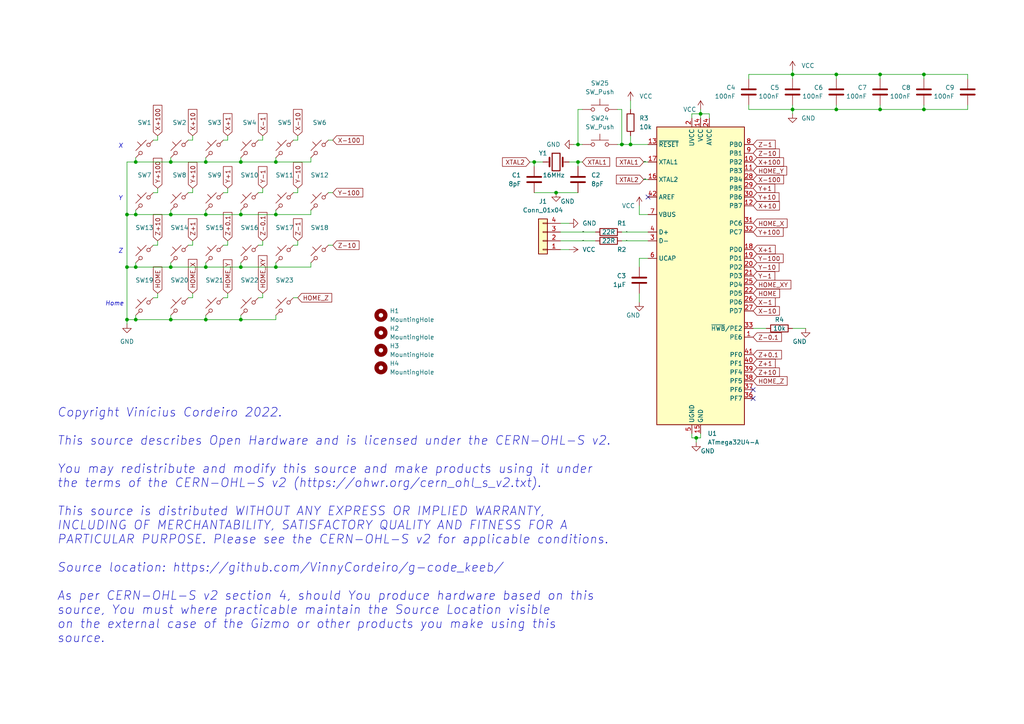
<source format=kicad_sch>
(kicad_sch (version 20211123) (generator eeschema)

  (uuid e63e39d7-6ac0-4ffd-8aa3-1841a4541b55)

  (paper "A4")

  (title_block
    (title "G-Code keeb")
    (date "2022-05-19")
    (rev "1")
  )

  (lib_symbols
    (symbol "Connector_Generic:Conn_01x04" (pin_names (offset 1.016) hide) (in_bom yes) (on_board yes)
      (property "Reference" "J" (id 0) (at 0 5.08 0)
        (effects (font (size 1.27 1.27)))
      )
      (property "Value" "Conn_01x04" (id 1) (at 0 -7.62 0)
        (effects (font (size 1.27 1.27)))
      )
      (property "Footprint" "" (id 2) (at 0 0 0)
        (effects (font (size 1.27 1.27)) hide)
      )
      (property "Datasheet" "~" (id 3) (at 0 0 0)
        (effects (font (size 1.27 1.27)) hide)
      )
      (property "ki_keywords" "connector" (id 4) (at 0 0 0)
        (effects (font (size 1.27 1.27)) hide)
      )
      (property "ki_description" "Generic connector, single row, 01x04, script generated (kicad-library-utils/schlib/autogen/connector/)" (id 5) (at 0 0 0)
        (effects (font (size 1.27 1.27)) hide)
      )
      (property "ki_fp_filters" "Connector*:*_1x??_*" (id 6) (at 0 0 0)
        (effects (font (size 1.27 1.27)) hide)
      )
      (symbol "Conn_01x04_1_1"
        (rectangle (start -1.27 -4.953) (end 0 -5.207)
          (stroke (width 0.1524) (type default) (color 0 0 0 0))
          (fill (type none))
        )
        (rectangle (start -1.27 -2.413) (end 0 -2.667)
          (stroke (width 0.1524) (type default) (color 0 0 0 0))
          (fill (type none))
        )
        (rectangle (start -1.27 0.127) (end 0 -0.127)
          (stroke (width 0.1524) (type default) (color 0 0 0 0))
          (fill (type none))
        )
        (rectangle (start -1.27 2.667) (end 0 2.413)
          (stroke (width 0.1524) (type default) (color 0 0 0 0))
          (fill (type none))
        )
        (rectangle (start -1.27 3.81) (end 1.27 -6.35)
          (stroke (width 0.254) (type default) (color 0 0 0 0))
          (fill (type background))
        )
        (pin passive line (at -5.08 2.54 0) (length 3.81)
          (name "Pin_1" (effects (font (size 1.27 1.27))))
          (number "1" (effects (font (size 1.27 1.27))))
        )
        (pin passive line (at -5.08 0 0) (length 3.81)
          (name "Pin_2" (effects (font (size 1.27 1.27))))
          (number "2" (effects (font (size 1.27 1.27))))
        )
        (pin passive line (at -5.08 -2.54 0) (length 3.81)
          (name "Pin_3" (effects (font (size 1.27 1.27))))
          (number "3" (effects (font (size 1.27 1.27))))
        )
        (pin passive line (at -5.08 -5.08 0) (length 3.81)
          (name "Pin_4" (effects (font (size 1.27 1.27))))
          (number "4" (effects (font (size 1.27 1.27))))
        )
      )
    )
    (symbol "Device:C" (pin_numbers hide) (pin_names (offset 0.254)) (in_bom yes) (on_board yes)
      (property "Reference" "C" (id 0) (at 0.635 2.54 0)
        (effects (font (size 1.27 1.27)) (justify left))
      )
      (property "Value" "C" (id 1) (at 0.635 -2.54 0)
        (effects (font (size 1.27 1.27)) (justify left))
      )
      (property "Footprint" "" (id 2) (at 0.9652 -3.81 0)
        (effects (font (size 1.27 1.27)) hide)
      )
      (property "Datasheet" "~" (id 3) (at 0 0 0)
        (effects (font (size 1.27 1.27)) hide)
      )
      (property "ki_keywords" "cap capacitor" (id 4) (at 0 0 0)
        (effects (font (size 1.27 1.27)) hide)
      )
      (property "ki_description" "Unpolarized capacitor" (id 5) (at 0 0 0)
        (effects (font (size 1.27 1.27)) hide)
      )
      (property "ki_fp_filters" "C_*" (id 6) (at 0 0 0)
        (effects (font (size 1.27 1.27)) hide)
      )
      (symbol "C_0_1"
        (polyline
          (pts
            (xy -2.032 -0.762)
            (xy 2.032 -0.762)
          )
          (stroke (width 0.508) (type default) (color 0 0 0 0))
          (fill (type none))
        )
        (polyline
          (pts
            (xy -2.032 0.762)
            (xy 2.032 0.762)
          )
          (stroke (width 0.508) (type default) (color 0 0 0 0))
          (fill (type none))
        )
      )
      (symbol "C_1_1"
        (pin passive line (at 0 3.81 270) (length 2.794)
          (name "~" (effects (font (size 1.27 1.27))))
          (number "1" (effects (font (size 1.27 1.27))))
        )
        (pin passive line (at 0 -3.81 90) (length 2.794)
          (name "~" (effects (font (size 1.27 1.27))))
          (number "2" (effects (font (size 1.27 1.27))))
        )
      )
    )
    (symbol "Device:Crystal" (pin_numbers hide) (pin_names (offset 1.016) hide) (in_bom yes) (on_board yes)
      (property "Reference" "Y" (id 0) (at 0 3.81 0)
        (effects (font (size 1.27 1.27)))
      )
      (property "Value" "Crystal" (id 1) (at 0 -3.81 0)
        (effects (font (size 1.27 1.27)))
      )
      (property "Footprint" "" (id 2) (at 0 0 0)
        (effects (font (size 1.27 1.27)) hide)
      )
      (property "Datasheet" "~" (id 3) (at 0 0 0)
        (effects (font (size 1.27 1.27)) hide)
      )
      (property "ki_keywords" "quartz ceramic resonator oscillator" (id 4) (at 0 0 0)
        (effects (font (size 1.27 1.27)) hide)
      )
      (property "ki_description" "Two pin crystal" (id 5) (at 0 0 0)
        (effects (font (size 1.27 1.27)) hide)
      )
      (property "ki_fp_filters" "Crystal*" (id 6) (at 0 0 0)
        (effects (font (size 1.27 1.27)) hide)
      )
      (symbol "Crystal_0_1"
        (rectangle (start -1.143 2.54) (end 1.143 -2.54)
          (stroke (width 0.3048) (type default) (color 0 0 0 0))
          (fill (type none))
        )
        (polyline
          (pts
            (xy -2.54 0)
            (xy -1.905 0)
          )
          (stroke (width 0) (type default) (color 0 0 0 0))
          (fill (type none))
        )
        (polyline
          (pts
            (xy -1.905 -1.27)
            (xy -1.905 1.27)
          )
          (stroke (width 0.508) (type default) (color 0 0 0 0))
          (fill (type none))
        )
        (polyline
          (pts
            (xy 1.905 -1.27)
            (xy 1.905 1.27)
          )
          (stroke (width 0.508) (type default) (color 0 0 0 0))
          (fill (type none))
        )
        (polyline
          (pts
            (xy 2.54 0)
            (xy 1.905 0)
          )
          (stroke (width 0) (type default) (color 0 0 0 0))
          (fill (type none))
        )
      )
      (symbol "Crystal_1_1"
        (pin passive line (at -3.81 0 0) (length 1.27)
          (name "1" (effects (font (size 1.27 1.27))))
          (number "1" (effects (font (size 1.27 1.27))))
        )
        (pin passive line (at 3.81 0 180) (length 1.27)
          (name "2" (effects (font (size 1.27 1.27))))
          (number "2" (effects (font (size 1.27 1.27))))
        )
      )
    )
    (symbol "Device:R" (pin_numbers hide) (pin_names (offset 0)) (in_bom yes) (on_board yes)
      (property "Reference" "R" (id 0) (at 2.032 0 90)
        (effects (font (size 1.27 1.27)))
      )
      (property "Value" "R" (id 1) (at 0 0 90)
        (effects (font (size 1.27 1.27)))
      )
      (property "Footprint" "" (id 2) (at -1.778 0 90)
        (effects (font (size 1.27 1.27)) hide)
      )
      (property "Datasheet" "~" (id 3) (at 0 0 0)
        (effects (font (size 1.27 1.27)) hide)
      )
      (property "ki_keywords" "R res resistor" (id 4) (at 0 0 0)
        (effects (font (size 1.27 1.27)) hide)
      )
      (property "ki_description" "Resistor" (id 5) (at 0 0 0)
        (effects (font (size 1.27 1.27)) hide)
      )
      (property "ki_fp_filters" "R_*" (id 6) (at 0 0 0)
        (effects (font (size 1.27 1.27)) hide)
      )
      (symbol "R_0_1"
        (rectangle (start -1.016 -2.54) (end 1.016 2.54)
          (stroke (width 0.254) (type default) (color 0 0 0 0))
          (fill (type none))
        )
      )
      (symbol "R_1_1"
        (pin passive line (at 0 3.81 270) (length 1.27)
          (name "~" (effects (font (size 1.27 1.27))))
          (number "1" (effects (font (size 1.27 1.27))))
        )
        (pin passive line (at 0 -3.81 90) (length 1.27)
          (name "~" (effects (font (size 1.27 1.27))))
          (number "2" (effects (font (size 1.27 1.27))))
        )
      )
    )
    (symbol "MCU_Microchip_ATmega:ATmega32U4-A" (in_bom yes) (on_board yes)
      (property "Reference" "U" (id 0) (at -12.7 44.45 0)
        (effects (font (size 1.27 1.27)) (justify left bottom))
      )
      (property "Value" "ATmega32U4-A" (id 1) (at 2.54 -44.45 0)
        (effects (font (size 1.27 1.27)) (justify left top))
      )
      (property "Footprint" "Package_QFP:TQFP-44_10x10mm_P0.8mm" (id 2) (at 0 0 0)
        (effects (font (size 1.27 1.27) italic) hide)
      )
      (property "Datasheet" "http://ww1.microchip.com/downloads/en/DeviceDoc/Atmel-7766-8-bit-AVR-ATmega16U4-32U4_Datasheet.pdf" (id 3) (at 0 0 0)
        (effects (font (size 1.27 1.27)) hide)
      )
      (property "ki_keywords" "AVR 8bit Microcontroller MegaAVR USB" (id 4) (at 0 0 0)
        (effects (font (size 1.27 1.27)) hide)
      )
      (property "ki_description" "16MHz, 32kB Flash, 2.5kB SRAM, 1kB EEPROM, USB 2.0, TQFP-44" (id 5) (at 0 0 0)
        (effects (font (size 1.27 1.27)) hide)
      )
      (property "ki_fp_filters" "TQFP*10x10mm*P0.8mm*" (id 6) (at 0 0 0)
        (effects (font (size 1.27 1.27)) hide)
      )
      (symbol "ATmega32U4-A_0_1"
        (rectangle (start -12.7 -43.18) (end 12.7 43.18)
          (stroke (width 0.254) (type default) (color 0 0 0 0))
          (fill (type background))
        )
      )
      (symbol "ATmega32U4-A_1_1"
        (pin bidirectional line (at 15.24 -17.78 180) (length 2.54)
          (name "PE6" (effects (font (size 1.27 1.27))))
          (number "1" (effects (font (size 1.27 1.27))))
        )
        (pin bidirectional line (at 15.24 33.02 180) (length 2.54)
          (name "PB2" (effects (font (size 1.27 1.27))))
          (number "10" (effects (font (size 1.27 1.27))))
        )
        (pin bidirectional line (at 15.24 30.48 180) (length 2.54)
          (name "PB3" (effects (font (size 1.27 1.27))))
          (number "11" (effects (font (size 1.27 1.27))))
        )
        (pin bidirectional line (at 15.24 20.32 180) (length 2.54)
          (name "PB7" (effects (font (size 1.27 1.27))))
          (number "12" (effects (font (size 1.27 1.27))))
        )
        (pin input line (at -15.24 38.1 0) (length 2.54)
          (name "~{RESET}" (effects (font (size 1.27 1.27))))
          (number "13" (effects (font (size 1.27 1.27))))
        )
        (pin power_in line (at 0 45.72 270) (length 2.54)
          (name "VCC" (effects (font (size 1.27 1.27))))
          (number "14" (effects (font (size 1.27 1.27))))
        )
        (pin power_in line (at 0 -45.72 90) (length 2.54)
          (name "GND" (effects (font (size 1.27 1.27))))
          (number "15" (effects (font (size 1.27 1.27))))
        )
        (pin output line (at -15.24 27.94 0) (length 2.54)
          (name "XTAL2" (effects (font (size 1.27 1.27))))
          (number "16" (effects (font (size 1.27 1.27))))
        )
        (pin input line (at -15.24 33.02 0) (length 2.54)
          (name "XTAL1" (effects (font (size 1.27 1.27))))
          (number "17" (effects (font (size 1.27 1.27))))
        )
        (pin bidirectional line (at 15.24 7.62 180) (length 2.54)
          (name "PD0" (effects (font (size 1.27 1.27))))
          (number "18" (effects (font (size 1.27 1.27))))
        )
        (pin bidirectional line (at 15.24 5.08 180) (length 2.54)
          (name "PD1" (effects (font (size 1.27 1.27))))
          (number "19" (effects (font (size 1.27 1.27))))
        )
        (pin power_in line (at -2.54 45.72 270) (length 2.54)
          (name "UVCC" (effects (font (size 1.27 1.27))))
          (number "2" (effects (font (size 1.27 1.27))))
        )
        (pin bidirectional line (at 15.24 2.54 180) (length 2.54)
          (name "PD2" (effects (font (size 1.27 1.27))))
          (number "20" (effects (font (size 1.27 1.27))))
        )
        (pin bidirectional line (at 15.24 0 180) (length 2.54)
          (name "PD3" (effects (font (size 1.27 1.27))))
          (number "21" (effects (font (size 1.27 1.27))))
        )
        (pin bidirectional line (at 15.24 -5.08 180) (length 2.54)
          (name "PD5" (effects (font (size 1.27 1.27))))
          (number "22" (effects (font (size 1.27 1.27))))
        )
        (pin passive line (at 0 -45.72 90) (length 2.54) hide
          (name "GND" (effects (font (size 1.27 1.27))))
          (number "23" (effects (font (size 1.27 1.27))))
        )
        (pin power_in line (at 2.54 45.72 270) (length 2.54)
          (name "AVCC" (effects (font (size 1.27 1.27))))
          (number "24" (effects (font (size 1.27 1.27))))
        )
        (pin bidirectional line (at 15.24 -2.54 180) (length 2.54)
          (name "PD4" (effects (font (size 1.27 1.27))))
          (number "25" (effects (font (size 1.27 1.27))))
        )
        (pin bidirectional line (at 15.24 -7.62 180) (length 2.54)
          (name "PD6" (effects (font (size 1.27 1.27))))
          (number "26" (effects (font (size 1.27 1.27))))
        )
        (pin bidirectional line (at 15.24 -10.16 180) (length 2.54)
          (name "PD7" (effects (font (size 1.27 1.27))))
          (number "27" (effects (font (size 1.27 1.27))))
        )
        (pin bidirectional line (at 15.24 27.94 180) (length 2.54)
          (name "PB4" (effects (font (size 1.27 1.27))))
          (number "28" (effects (font (size 1.27 1.27))))
        )
        (pin bidirectional line (at 15.24 25.4 180) (length 2.54)
          (name "PB5" (effects (font (size 1.27 1.27))))
          (number "29" (effects (font (size 1.27 1.27))))
        )
        (pin bidirectional line (at -15.24 10.16 0) (length 2.54)
          (name "D-" (effects (font (size 1.27 1.27))))
          (number "3" (effects (font (size 1.27 1.27))))
        )
        (pin bidirectional line (at 15.24 22.86 180) (length 2.54)
          (name "PB6" (effects (font (size 1.27 1.27))))
          (number "30" (effects (font (size 1.27 1.27))))
        )
        (pin bidirectional line (at 15.24 15.24 180) (length 2.54)
          (name "PC6" (effects (font (size 1.27 1.27))))
          (number "31" (effects (font (size 1.27 1.27))))
        )
        (pin bidirectional line (at 15.24 12.7 180) (length 2.54)
          (name "PC7" (effects (font (size 1.27 1.27))))
          (number "32" (effects (font (size 1.27 1.27))))
        )
        (pin bidirectional line (at 15.24 -15.24 180) (length 2.54)
          (name "~{HWB}/PE2" (effects (font (size 1.27 1.27))))
          (number "33" (effects (font (size 1.27 1.27))))
        )
        (pin passive line (at 0 45.72 270) (length 2.54) hide
          (name "VCC" (effects (font (size 1.27 1.27))))
          (number "34" (effects (font (size 1.27 1.27))))
        )
        (pin passive line (at 0 -45.72 90) (length 2.54) hide
          (name "GND" (effects (font (size 1.27 1.27))))
          (number "35" (effects (font (size 1.27 1.27))))
        )
        (pin bidirectional line (at 15.24 -35.56 180) (length 2.54)
          (name "PF7" (effects (font (size 1.27 1.27))))
          (number "36" (effects (font (size 1.27 1.27))))
        )
        (pin bidirectional line (at 15.24 -33.02 180) (length 2.54)
          (name "PF6" (effects (font (size 1.27 1.27))))
          (number "37" (effects (font (size 1.27 1.27))))
        )
        (pin bidirectional line (at 15.24 -30.48 180) (length 2.54)
          (name "PF5" (effects (font (size 1.27 1.27))))
          (number "38" (effects (font (size 1.27 1.27))))
        )
        (pin bidirectional line (at 15.24 -27.94 180) (length 2.54)
          (name "PF4" (effects (font (size 1.27 1.27))))
          (number "39" (effects (font (size 1.27 1.27))))
        )
        (pin bidirectional line (at -15.24 12.7 0) (length 2.54)
          (name "D+" (effects (font (size 1.27 1.27))))
          (number "4" (effects (font (size 1.27 1.27))))
        )
        (pin bidirectional line (at 15.24 -25.4 180) (length 2.54)
          (name "PF1" (effects (font (size 1.27 1.27))))
          (number "40" (effects (font (size 1.27 1.27))))
        )
        (pin bidirectional line (at 15.24 -22.86 180) (length 2.54)
          (name "PF0" (effects (font (size 1.27 1.27))))
          (number "41" (effects (font (size 1.27 1.27))))
        )
        (pin passive line (at -15.24 22.86 0) (length 2.54)
          (name "AREF" (effects (font (size 1.27 1.27))))
          (number "42" (effects (font (size 1.27 1.27))))
        )
        (pin passive line (at 0 -45.72 90) (length 2.54) hide
          (name "GND" (effects (font (size 1.27 1.27))))
          (number "43" (effects (font (size 1.27 1.27))))
        )
        (pin passive line (at 2.54 45.72 270) (length 2.54) hide
          (name "AVCC" (effects (font (size 1.27 1.27))))
          (number "44" (effects (font (size 1.27 1.27))))
        )
        (pin passive line (at -2.54 -45.72 90) (length 2.54)
          (name "UGND" (effects (font (size 1.27 1.27))))
          (number "5" (effects (font (size 1.27 1.27))))
        )
        (pin passive line (at -15.24 5.08 0) (length 2.54)
          (name "UCAP" (effects (font (size 1.27 1.27))))
          (number "6" (effects (font (size 1.27 1.27))))
        )
        (pin input line (at -15.24 17.78 0) (length 2.54)
          (name "VBUS" (effects (font (size 1.27 1.27))))
          (number "7" (effects (font (size 1.27 1.27))))
        )
        (pin bidirectional line (at 15.24 38.1 180) (length 2.54)
          (name "PB0" (effects (font (size 1.27 1.27))))
          (number "8" (effects (font (size 1.27 1.27))))
        )
        (pin bidirectional line (at 15.24 35.56 180) (length 2.54)
          (name "PB1" (effects (font (size 1.27 1.27))))
          (number "9" (effects (font (size 1.27 1.27))))
        )
      )
    )
    (symbol "Mechanical:MountingHole" (pin_names (offset 1.016)) (in_bom yes) (on_board yes)
      (property "Reference" "H" (id 0) (at 0 5.08 0)
        (effects (font (size 1.27 1.27)))
      )
      (property "Value" "MountingHole" (id 1) (at 0 3.175 0)
        (effects (font (size 1.27 1.27)))
      )
      (property "Footprint" "" (id 2) (at 0 0 0)
        (effects (font (size 1.27 1.27)) hide)
      )
      (property "Datasheet" "~" (id 3) (at 0 0 0)
        (effects (font (size 1.27 1.27)) hide)
      )
      (property "ki_keywords" "mounting hole" (id 4) (at 0 0 0)
        (effects (font (size 1.27 1.27)) hide)
      )
      (property "ki_description" "Mounting Hole without connection" (id 5) (at 0 0 0)
        (effects (font (size 1.27 1.27)) hide)
      )
      (property "ki_fp_filters" "MountingHole*" (id 6) (at 0 0 0)
        (effects (font (size 1.27 1.27)) hide)
      )
      (symbol "MountingHole_0_1"
        (circle (center 0 0) (radius 1.27)
          (stroke (width 1.27) (type default) (color 0 0 0 0))
          (fill (type none))
        )
      )
    )
    (symbol "Switch:SW_Push" (pin_numbers hide) (pin_names (offset 1.016) hide) (in_bom yes) (on_board yes)
      (property "Reference" "SW" (id 0) (at 1.27 2.54 0)
        (effects (font (size 1.27 1.27)) (justify left))
      )
      (property "Value" "SW_Push" (id 1) (at 0 -1.524 0)
        (effects (font (size 1.27 1.27)))
      )
      (property "Footprint" "" (id 2) (at 0 5.08 0)
        (effects (font (size 1.27 1.27)) hide)
      )
      (property "Datasheet" "~" (id 3) (at 0 5.08 0)
        (effects (font (size 1.27 1.27)) hide)
      )
      (property "ki_keywords" "switch normally-open pushbutton push-button" (id 4) (at 0 0 0)
        (effects (font (size 1.27 1.27)) hide)
      )
      (property "ki_description" "Push button switch, generic, two pins" (id 5) (at 0 0 0)
        (effects (font (size 1.27 1.27)) hide)
      )
      (symbol "SW_Push_0_1"
        (circle (center -2.032 0) (radius 0.508)
          (stroke (width 0) (type default) (color 0 0 0 0))
          (fill (type none))
        )
        (polyline
          (pts
            (xy 0 1.27)
            (xy 0 3.048)
          )
          (stroke (width 0) (type default) (color 0 0 0 0))
          (fill (type none))
        )
        (polyline
          (pts
            (xy 2.54 1.27)
            (xy -2.54 1.27)
          )
          (stroke (width 0) (type default) (color 0 0 0 0))
          (fill (type none))
        )
        (circle (center 2.032 0) (radius 0.508)
          (stroke (width 0) (type default) (color 0 0 0 0))
          (fill (type none))
        )
        (pin passive line (at -5.08 0 0) (length 2.54)
          (name "1" (effects (font (size 1.27 1.27))))
          (number "1" (effects (font (size 1.27 1.27))))
        )
        (pin passive line (at 5.08 0 180) (length 2.54)
          (name "2" (effects (font (size 1.27 1.27))))
          (number "2" (effects (font (size 1.27 1.27))))
        )
      )
    )
    (symbol "Switch:SW_Push_45deg" (pin_numbers hide) (pin_names (offset 1.016) hide) (in_bom yes) (on_board yes)
      (property "Reference" "SW" (id 0) (at 3.048 1.016 0)
        (effects (font (size 1.27 1.27)) (justify left))
      )
      (property "Value" "SW_Push_45deg" (id 1) (at 0 -3.81 0)
        (effects (font (size 1.27 1.27)))
      )
      (property "Footprint" "" (id 2) (at 0 0 0)
        (effects (font (size 1.27 1.27)) hide)
      )
      (property "Datasheet" "~" (id 3) (at 0 0 0)
        (effects (font (size 1.27 1.27)) hide)
      )
      (property "ki_keywords" "switch normally-open pushbutton push-button" (id 4) (at 0 0 0)
        (effects (font (size 1.27 1.27)) hide)
      )
      (property "ki_description" "Push button switch, normally open, two pins, 45° tilted" (id 5) (at 0 0 0)
        (effects (font (size 1.27 1.27)) hide)
      )
      (symbol "SW_Push_45deg_0_1"
        (circle (center -1.1684 1.1684) (radius 0.508)
          (stroke (width 0) (type default) (color 0 0 0 0))
          (fill (type none))
        )
        (polyline
          (pts
            (xy -0.508 2.54)
            (xy 2.54 -0.508)
          )
          (stroke (width 0) (type default) (color 0 0 0 0))
          (fill (type none))
        )
        (polyline
          (pts
            (xy 1.016 1.016)
            (xy 2.032 2.032)
          )
          (stroke (width 0) (type default) (color 0 0 0 0))
          (fill (type none))
        )
        (polyline
          (pts
            (xy -2.54 2.54)
            (xy -1.524 1.524)
            (xy -1.524 1.524)
          )
          (stroke (width 0) (type default) (color 0 0 0 0))
          (fill (type none))
        )
        (polyline
          (pts
            (xy 1.524 -1.524)
            (xy 2.54 -2.54)
            (xy 2.54 -2.54)
            (xy 2.54 -2.54)
          )
          (stroke (width 0) (type default) (color 0 0 0 0))
          (fill (type none))
        )
        (circle (center 1.143 -1.1938) (radius 0.508)
          (stroke (width 0) (type default) (color 0 0 0 0))
          (fill (type none))
        )
        (pin passive line (at -2.54 2.54 0) (length 0)
          (name "1" (effects (font (size 1.27 1.27))))
          (number "1" (effects (font (size 1.27 1.27))))
        )
        (pin passive line (at 2.54 -2.54 180) (length 0)
          (name "2" (effects (font (size 1.27 1.27))))
          (number "2" (effects (font (size 1.27 1.27))))
        )
      )
    )
    (symbol "power:GND" (power) (pin_names (offset 0)) (in_bom yes) (on_board yes)
      (property "Reference" "#PWR" (id 0) (at 0 -6.35 0)
        (effects (font (size 1.27 1.27)) hide)
      )
      (property "Value" "GND" (id 1) (at 0 -3.81 0)
        (effects (font (size 1.27 1.27)))
      )
      (property "Footprint" "" (id 2) (at 0 0 0)
        (effects (font (size 1.27 1.27)) hide)
      )
      (property "Datasheet" "" (id 3) (at 0 0 0)
        (effects (font (size 1.27 1.27)) hide)
      )
      (property "ki_keywords" "power-flag" (id 4) (at 0 0 0)
        (effects (font (size 1.27 1.27)) hide)
      )
      (property "ki_description" "Power symbol creates a global label with name \"GND\" , ground" (id 5) (at 0 0 0)
        (effects (font (size 1.27 1.27)) hide)
      )
      (symbol "GND_0_1"
        (polyline
          (pts
            (xy 0 0)
            (xy 0 -1.27)
            (xy 1.27 -1.27)
            (xy 0 -2.54)
            (xy -1.27 -1.27)
            (xy 0 -1.27)
          )
          (stroke (width 0) (type default) (color 0 0 0 0))
          (fill (type none))
        )
      )
      (symbol "GND_1_1"
        (pin power_in line (at 0 0 270) (length 0) hide
          (name "GND" (effects (font (size 1.27 1.27))))
          (number "1" (effects (font (size 1.27 1.27))))
        )
      )
    )
    (symbol "power:VCC" (power) (pin_names (offset 0)) (in_bom yes) (on_board yes)
      (property "Reference" "#PWR" (id 0) (at 0 -3.81 0)
        (effects (font (size 1.27 1.27)) hide)
      )
      (property "Value" "VCC" (id 1) (at 0 3.81 0)
        (effects (font (size 1.27 1.27)))
      )
      (property "Footprint" "" (id 2) (at 0 0 0)
        (effects (font (size 1.27 1.27)) hide)
      )
      (property "Datasheet" "" (id 3) (at 0 0 0)
        (effects (font (size 1.27 1.27)) hide)
      )
      (property "ki_keywords" "power-flag" (id 4) (at 0 0 0)
        (effects (font (size 1.27 1.27)) hide)
      )
      (property "ki_description" "Power symbol creates a global label with name \"VCC\"" (id 5) (at 0 0 0)
        (effects (font (size 1.27 1.27)) hide)
      )
      (symbol "VCC_0_1"
        (polyline
          (pts
            (xy -0.762 1.27)
            (xy 0 2.54)
          )
          (stroke (width 0) (type default) (color 0 0 0 0))
          (fill (type none))
        )
        (polyline
          (pts
            (xy 0 0)
            (xy 0 2.54)
          )
          (stroke (width 0) (type default) (color 0 0 0 0))
          (fill (type none))
        )
        (polyline
          (pts
            (xy 0 2.54)
            (xy 0.762 1.27)
          )
          (stroke (width 0) (type default) (color 0 0 0 0))
          (fill (type none))
        )
      )
      (symbol "VCC_1_1"
        (pin power_in line (at 0 0 90) (length 0) hide
          (name "VCC" (effects (font (size 1.27 1.27))))
          (number "1" (effects (font (size 1.27 1.27))))
        )
      )
    )
  )

  (junction (at 69.85 77.47) (diameter 0) (color 0 0 0 0)
    (uuid 091bc32a-5b5e-4aa8-bc5a-2ae1b1ce1be2)
  )
  (junction (at 59.69 46.99) (diameter 0) (color 0 0 0 0)
    (uuid 0bf99872-2673-4717-8edf-55d839e3bf8e)
  )
  (junction (at 167.64 41.91) (diameter 0) (color 0 0 0 0)
    (uuid 0ccea004-159c-4140-b5bd-f9753bf6d9f0)
  )
  (junction (at 39.37 77.47) (diameter 0) (color 0 0 0 0)
    (uuid 0fea036e-0050-4dc7-9f92-9d1cf6ef5ed7)
  )
  (junction (at 242.57 21.59) (diameter 0) (color 0 0 0 0)
    (uuid 19cb8bc2-0e8a-473f-90db-39958d44967b)
  )
  (junction (at 49.53 62.23) (diameter 0) (color 0 0 0 0)
    (uuid 1b155261-2bb2-48a0-b308-bced7058f430)
  )
  (junction (at 255.27 31.75) (diameter 0) (color 0 0 0 0)
    (uuid 3113e2b5-38ee-4765-bc09-d6b0e6e814d5)
  )
  (junction (at 59.69 62.23) (diameter 0) (color 0 0 0 0)
    (uuid 354c0dea-0230-4d67-9ef7-01ab0f68df6a)
  )
  (junction (at 201.93 127) (diameter 0) (color 0 0 0 0)
    (uuid 36798b4b-0abf-423d-a82e-bdcb7b025baa)
  )
  (junction (at 267.97 31.75) (diameter 0) (color 0 0 0 0)
    (uuid 3df3fa5c-dfa0-471e-a2a5-d963c7b24b7f)
  )
  (junction (at 229.87 31.75) (diameter 0) (color 0 0 0 0)
    (uuid 44515581-60d1-4d7e-84b7-5e2d3b1bf05c)
  )
  (junction (at 182.88 41.91) (diameter 0) (color 0 0 0 0)
    (uuid 523e5693-1a26-4ef6-b7ed-b93c680614f1)
  )
  (junction (at 69.85 62.23) (diameter 0) (color 0 0 0 0)
    (uuid 52bfaaf1-39fb-425f-9c3f-4d1a5ac7bf15)
  )
  (junction (at 36.83 92.71) (diameter 0) (color 0 0 0 0)
    (uuid 66a70357-4353-428a-af71-6e9fa56ec543)
  )
  (junction (at 39.37 62.23) (diameter 0) (color 0 0 0 0)
    (uuid 690ce19f-a6f0-4782-86ec-7cdc7de5cfdc)
  )
  (junction (at 69.85 46.99) (diameter 0) (color 0 0 0 0)
    (uuid 720f76d5-1a55-4c3f-99d2-9cd006188fd8)
  )
  (junction (at 80.01 62.23) (diameter 0) (color 0 0 0 0)
    (uuid 74eb4737-44fc-4c65-a53e-e28b2ae883c6)
  )
  (junction (at 49.53 46.99) (diameter 0) (color 0 0 0 0)
    (uuid 7531f555-a9e4-4c25-a436-f3760e832ce1)
  )
  (junction (at 39.37 92.71) (diameter 0) (color 0 0 0 0)
    (uuid 772a995e-560e-431a-a777-2b2594f606de)
  )
  (junction (at 80.01 77.47) (diameter 0) (color 0 0 0 0)
    (uuid 787c29f9-1dc1-47a0-a5ec-b9b4be77acc7)
  )
  (junction (at 39.37 46.99) (diameter 0) (color 0 0 0 0)
    (uuid 79b8a9ca-8152-4f73-999b-f8330a6294f9)
  )
  (junction (at 59.69 92.71) (diameter 0) (color 0 0 0 0)
    (uuid 88112238-bfc7-471b-af14-40dc324c2927)
  )
  (junction (at 267.97 21.59) (diameter 0) (color 0 0 0 0)
    (uuid 8cf3a5ac-f667-48ae-adf3-491c645a5f4f)
  )
  (junction (at 59.69 77.47) (diameter 0) (color 0 0 0 0)
    (uuid 91af72e5-8c39-4ed8-ac5b-1b8a44717a26)
  )
  (junction (at 154.94 46.99) (diameter 0) (color 0 0 0 0)
    (uuid 94db46eb-e7a9-4bfa-a008-44c3bf292f3f)
  )
  (junction (at 180.34 41.91) (diameter 0) (color 0 0 0 0)
    (uuid a57a044f-1e0a-4f57-b98f-7a871f824575)
  )
  (junction (at 80.01 46.99) (diameter 0) (color 0 0 0 0)
    (uuid ac9e953e-3389-4475-87bd-527ed18a01bc)
  )
  (junction (at 36.83 62.23) (diameter 0) (color 0 0 0 0)
    (uuid b76a7a2c-fb56-484c-ba25-699e73e3c85c)
  )
  (junction (at 167.64 46.99) (diameter 0) (color 0 0 0 0)
    (uuid bdb54e10-ed4a-4c73-b5b1-aa04dd2768f8)
  )
  (junction (at 36.83 77.47) (diameter 0) (color 0 0 0 0)
    (uuid c15ffe7c-1d0c-4891-9133-59a78d725bc0)
  )
  (junction (at 69.85 92.71) (diameter 0) (color 0 0 0 0)
    (uuid c9cd03ce-0acd-4c89-b5dc-3e3497ec9525)
  )
  (junction (at 161.29 55.88) (diameter 0) (color 0 0 0 0)
    (uuid ca14a313-a97d-416b-8f36-f469846a06d5)
  )
  (junction (at 255.27 21.59) (diameter 0) (color 0 0 0 0)
    (uuid cfcc1be4-58b6-442e-a981-375bed4a7168)
  )
  (junction (at 203.2 33.02) (diameter 0) (color 0 0 0 0)
    (uuid ddc39bab-5591-4b93-a1b8-914d2a24b4f9)
  )
  (junction (at 49.53 92.71) (diameter 0) (color 0 0 0 0)
    (uuid def20c8a-6f2c-4fb5-ad3d-f24f5f1c0123)
  )
  (junction (at 242.57 31.75) (diameter 0) (color 0 0 0 0)
    (uuid eebbabf3-88c2-47a8-83cc-e5a5cc864114)
  )
  (junction (at 229.87 21.59) (diameter 0) (color 0 0 0 0)
    (uuid fb601bf3-fb51-4903-bf49-a969c556e557)
  )
  (junction (at 49.53 77.47) (diameter 0) (color 0 0 0 0)
    (uuid fd50e7af-3214-4c15-b588-3d8eb21338eb)
  )

  (no_connect (at 218.44 113.03) (uuid 40c31842-f602-4408-b8d1-ee3550d6d805))
  (no_connect (at 218.44 115.57) (uuid 40c31842-f602-4408-b8d1-ee3550d6d806))
  (no_connect (at 187.96 57.15) (uuid d2be12ad-4154-4f70-9d98-0de22de0df78))

  (wire (pts (xy 229.87 30.48) (xy 229.87 31.75))
    (stroke (width 0) (type default) (color 0 0 0 0))
    (uuid 02d05f2e-b1c3-4b9f-b1e9-c886382fd3af)
  )
  (wire (pts (xy 49.53 92.71) (xy 39.37 92.71))
    (stroke (width 0) (type default) (color 0 0 0 0))
    (uuid 02fee0d7-b220-4e59-af5d-d8e59c0b9904)
  )
  (wire (pts (xy 80.01 60.96) (xy 80.01 62.23))
    (stroke (width 0) (type default) (color 0 0 0 0))
    (uuid 0526d980-b164-4982-8b77-4d5f42b04442)
  )
  (wire (pts (xy 66.04 55.88) (xy 64.77 55.88))
    (stroke (width 0) (type default) (color 0 0 0 0))
    (uuid 05acc902-268b-45cc-adf6-879673862219)
  )
  (wire (pts (xy 280.67 22.86) (xy 280.67 21.59))
    (stroke (width 0) (type default) (color 0 0 0 0))
    (uuid 0813da42-b868-4323-9032-68cd94270b25)
  )
  (wire (pts (xy 86.36 39.37) (xy 86.36 40.64))
    (stroke (width 0) (type default) (color 0 0 0 0))
    (uuid 08903cae-5aa6-4008-93fc-fa106be4ef53)
  )
  (wire (pts (xy 66.04 85.09) (xy 66.04 86.36))
    (stroke (width 0) (type default) (color 0 0 0 0))
    (uuid 0a4e7543-a23d-4b23-b698-61aea303c009)
  )
  (wire (pts (xy 242.57 31.75) (xy 229.87 31.75))
    (stroke (width 0) (type default) (color 0 0 0 0))
    (uuid 0a580107-a6d8-44ac-a2c1-a546def42dde)
  )
  (wire (pts (xy 90.17 60.96) (xy 90.17 62.23))
    (stroke (width 0) (type default) (color 0 0 0 0))
    (uuid 0b725265-f55c-4397-8a4f-98c03f5a11f2)
  )
  (wire (pts (xy 162.56 67.31) (xy 172.72 67.31))
    (stroke (width 0) (type default) (color 0 0 0 0))
    (uuid 11e84562-4168-4539-b124-fa62cefd6023)
  )
  (wire (pts (xy 55.88 69.85) (xy 55.88 71.12))
    (stroke (width 0) (type default) (color 0 0 0 0))
    (uuid 12b61bc6-e60a-4d58-b1c0-8eaa7d834051)
  )
  (wire (pts (xy 185.42 74.93) (xy 185.42 77.47))
    (stroke (width 0) (type default) (color 0 0 0 0))
    (uuid 13265155-127e-46df-bd61-7c178b8f989e)
  )
  (wire (pts (xy 217.17 21.59) (xy 229.87 21.59))
    (stroke (width 0) (type default) (color 0 0 0 0))
    (uuid 143a91ed-c010-4ccb-a864-a7b6ff72e966)
  )
  (wire (pts (xy 80.01 62.23) (xy 69.85 62.23))
    (stroke (width 0) (type default) (color 0 0 0 0))
    (uuid 19e10ca1-1c32-4b9a-bd53-81938d54a232)
  )
  (wire (pts (xy 90.17 77.47) (xy 80.01 77.47))
    (stroke (width 0) (type default) (color 0 0 0 0))
    (uuid 1abad5cc-ec41-4b3a-824d-9e4be9adc174)
  )
  (wire (pts (xy 86.36 69.85) (xy 86.36 71.12))
    (stroke (width 0) (type default) (color 0 0 0 0))
    (uuid 1c4c3ff9-a27c-44fe-8969-08c532342847)
  )
  (wire (pts (xy 280.67 31.75) (xy 267.97 31.75))
    (stroke (width 0) (type default) (color 0 0 0 0))
    (uuid 1d450994-a44b-47c8-8dc7-6b2f83ece689)
  )
  (wire (pts (xy 229.87 95.25) (xy 233.68 95.25))
    (stroke (width 0) (type default) (color 0 0 0 0))
    (uuid 1f9e8796-03f3-415e-b7de-3e050e7c8a8d)
  )
  (wire (pts (xy 55.88 85.09) (xy 55.88 86.36))
    (stroke (width 0) (type default) (color 0 0 0 0))
    (uuid 228c259d-9d9c-43c4-b608-a01e4c300d0a)
  )
  (wire (pts (xy 157.48 46.99) (xy 154.94 46.99))
    (stroke (width 0) (type default) (color 0 0 0 0))
    (uuid 256aaab9-622e-4c24-b9fd-05a1a01dd2cf)
  )
  (wire (pts (xy 66.04 86.36) (xy 64.77 86.36))
    (stroke (width 0) (type default) (color 0 0 0 0))
    (uuid 266808ca-ee10-403b-81f4-e3d645e0d6bf)
  )
  (wire (pts (xy 185.42 85.09) (xy 185.42 87.63))
    (stroke (width 0) (type default) (color 0 0 0 0))
    (uuid 28d29783-9793-4165-8bbe-f332a0e00dfa)
  )
  (wire (pts (xy 39.37 76.2) (xy 39.37 77.47))
    (stroke (width 0) (type default) (color 0 0 0 0))
    (uuid 297bad40-e53b-4d97-92b1-2872811c29bb)
  )
  (wire (pts (xy 45.72 40.64) (xy 44.45 40.64))
    (stroke (width 0) (type default) (color 0 0 0 0))
    (uuid 2b26a066-60b2-4043-a61e-c9a0294164b5)
  )
  (wire (pts (xy 186.69 52.07) (xy 187.96 52.07))
    (stroke (width 0) (type default) (color 0 0 0 0))
    (uuid 302ce8d8-fad8-4e86-ae09-959aa671fce0)
  )
  (wire (pts (xy 90.17 76.2) (xy 90.17 77.47))
    (stroke (width 0) (type default) (color 0 0 0 0))
    (uuid 306cdc22-159b-449b-8b7d-98fb3f815125)
  )
  (wire (pts (xy 187.96 74.93) (xy 185.42 74.93))
    (stroke (width 0) (type default) (color 0 0 0 0))
    (uuid 31035e37-b348-4994-8c88-b20d070d4fb1)
  )
  (wire (pts (xy 267.97 31.75) (xy 255.27 31.75))
    (stroke (width 0) (type default) (color 0 0 0 0))
    (uuid 326b0b80-5b1a-4df6-a10e-c52d38a5fcf8)
  )
  (wire (pts (xy 180.34 31.75) (xy 180.34 41.91))
    (stroke (width 0) (type default) (color 0 0 0 0))
    (uuid 3292aeac-3252-4f8c-bd26-e21f54d3d5b1)
  )
  (wire (pts (xy 162.56 69.85) (xy 172.72 69.85))
    (stroke (width 0) (type default) (color 0 0 0 0))
    (uuid 32a61f56-19af-4966-89cf-c728af5eec2b)
  )
  (wire (pts (xy 180.34 67.31) (xy 187.96 67.31))
    (stroke (width 0) (type default) (color 0 0 0 0))
    (uuid 3310aaa3-56b7-43c8-949e-38742d6195df)
  )
  (wire (pts (xy 182.88 41.91) (xy 187.96 41.91))
    (stroke (width 0) (type default) (color 0 0 0 0))
    (uuid 33aa4306-27d6-4090-96fe-2e0a2a713e0b)
  )
  (wire (pts (xy 255.27 30.48) (xy 255.27 31.75))
    (stroke (width 0) (type default) (color 0 0 0 0))
    (uuid 33ef4c83-5ce4-4ed9-8c5f-b04b8200e633)
  )
  (wire (pts (xy 95.25 40.64) (xy 96.52 40.64))
    (stroke (width 0) (type default) (color 0 0 0 0))
    (uuid 36585024-ea75-458d-8644-f837d8c5d11f)
  )
  (wire (pts (xy 267.97 21.59) (xy 255.27 21.59))
    (stroke (width 0) (type default) (color 0 0 0 0))
    (uuid 38d1ee1a-c22a-4ded-86de-1da630ee40cc)
  )
  (wire (pts (xy 203.2 125.73) (xy 203.2 127))
    (stroke (width 0) (type default) (color 0 0 0 0))
    (uuid 3c7d7657-59e3-4a11-b2da-32fc8309356f)
  )
  (wire (pts (xy 167.64 41.91) (xy 166.37 41.91))
    (stroke (width 0) (type default) (color 0 0 0 0))
    (uuid 3e23ff80-976e-481f-b649-d3b6afc29a05)
  )
  (wire (pts (xy 242.57 30.48) (xy 242.57 31.75))
    (stroke (width 0) (type default) (color 0 0 0 0))
    (uuid 3eb7eef3-d268-4e1d-abf8-ac6ac6730a9b)
  )
  (wire (pts (xy 45.72 85.09) (xy 45.72 86.36))
    (stroke (width 0) (type default) (color 0 0 0 0))
    (uuid 408736ae-9ac6-47b2-8da2-30a89728fea7)
  )
  (wire (pts (xy 59.69 76.2) (xy 59.69 77.47))
    (stroke (width 0) (type default) (color 0 0 0 0))
    (uuid 41bb8817-d26f-44af-a5f3-946448e72ddf)
  )
  (wire (pts (xy 39.37 77.47) (xy 36.83 77.47))
    (stroke (width 0) (type default) (color 0 0 0 0))
    (uuid 432340b7-be0e-4167-bcf6-7aadc07d2351)
  )
  (wire (pts (xy 161.29 55.88) (xy 167.64 55.88))
    (stroke (width 0) (type default) (color 0 0 0 0))
    (uuid 45a2a7e2-77ee-491f-a38f-a93dd82ec35a)
  )
  (wire (pts (xy 49.53 62.23) (xy 39.37 62.23))
    (stroke (width 0) (type default) (color 0 0 0 0))
    (uuid 46c823cf-0c9d-43cd-a483-3c934e564225)
  )
  (wire (pts (xy 55.88 86.36) (xy 54.61 86.36))
    (stroke (width 0) (type default) (color 0 0 0 0))
    (uuid 46d65540-c6b0-44f7-b769-25f280a9f2a0)
  )
  (wire (pts (xy 76.2 86.36) (xy 74.93 86.36))
    (stroke (width 0) (type default) (color 0 0 0 0))
    (uuid 493414cf-3560-47ef-80d9-89e6979bcb0e)
  )
  (wire (pts (xy 180.34 41.91) (xy 182.88 41.91))
    (stroke (width 0) (type default) (color 0 0 0 0))
    (uuid 49cb8972-6f22-4d13-a568-a1f0fbf7c0c8)
  )
  (wire (pts (xy 45.72 39.37) (xy 45.72 40.64))
    (stroke (width 0) (type default) (color 0 0 0 0))
    (uuid 4ab33e66-b3ec-4d7f-b01c-8bcff0a18b31)
  )
  (wire (pts (xy 242.57 22.86) (xy 242.57 21.59))
    (stroke (width 0) (type default) (color 0 0 0 0))
    (uuid 4bdcee4f-7508-4264-80f9-6543abb8445b)
  )
  (wire (pts (xy 66.04 54.61) (xy 66.04 55.88))
    (stroke (width 0) (type default) (color 0 0 0 0))
    (uuid 4c69898c-be98-4030-aec2-94f947be2578)
  )
  (wire (pts (xy 203.2 31.75) (xy 203.2 33.02))
    (stroke (width 0) (type default) (color 0 0 0 0))
    (uuid 51a5204c-4d21-4621-9359-596227737078)
  )
  (wire (pts (xy 49.53 76.2) (xy 49.53 77.47))
    (stroke (width 0) (type default) (color 0 0 0 0))
    (uuid 545079d8-8238-4da7-bd79-be4c559031d3)
  )
  (wire (pts (xy 49.53 77.47) (xy 39.37 77.47))
    (stroke (width 0) (type default) (color 0 0 0 0))
    (uuid 5654c544-b986-4a43-b9b9-aa2a3ca34520)
  )
  (wire (pts (xy 165.1 46.99) (xy 167.64 46.99))
    (stroke (width 0) (type default) (color 0 0 0 0))
    (uuid 574335fe-f3d7-4b06-9118-cf20ff4892db)
  )
  (wire (pts (xy 59.69 60.96) (xy 59.69 62.23))
    (stroke (width 0) (type default) (color 0 0 0 0))
    (uuid 58669e33-a01a-445a-8477-bd249bbee600)
  )
  (wire (pts (xy 217.17 30.48) (xy 217.17 31.75))
    (stroke (width 0) (type default) (color 0 0 0 0))
    (uuid 59a1ffea-ae6d-48f2-884d-3f0b9af1ed7d)
  )
  (wire (pts (xy 80.01 77.47) (xy 69.85 77.47))
    (stroke (width 0) (type default) (color 0 0 0 0))
    (uuid 5afd4c6b-ea6b-45db-921a-999fbf8a2455)
  )
  (wire (pts (xy 167.64 31.75) (xy 167.64 41.91))
    (stroke (width 0) (type default) (color 0 0 0 0))
    (uuid 5b945d17-5db9-4f27-954f-2f26254feeb9)
  )
  (wire (pts (xy 90.17 46.99) (xy 80.01 46.99))
    (stroke (width 0) (type default) (color 0 0 0 0))
    (uuid 5b9fd262-737d-4714-985c-169293bdfaa6)
  )
  (wire (pts (xy 229.87 31.75) (xy 229.87 33.02))
    (stroke (width 0) (type default) (color 0 0 0 0))
    (uuid 5d7a7dff-8d61-4cee-8740-9a577f5f795e)
  )
  (wire (pts (xy 80.01 76.2) (xy 80.01 77.47))
    (stroke (width 0) (type default) (color 0 0 0 0))
    (uuid 601328d1-370f-4c9c-87d7-fcd910e71739)
  )
  (wire (pts (xy 182.88 29.21) (xy 182.88 31.75))
    (stroke (width 0) (type default) (color 0 0 0 0))
    (uuid 6315b159-71f7-4faa-954d-f775bc821c86)
  )
  (wire (pts (xy 76.2 54.61) (xy 76.2 55.88))
    (stroke (width 0) (type default) (color 0 0 0 0))
    (uuid 63b0d335-e113-4c3a-a90b-04fc8f453111)
  )
  (wire (pts (xy 162.56 72.39) (xy 165.1 72.39))
    (stroke (width 0) (type default) (color 0 0 0 0))
    (uuid 67976ef3-65fd-48e0-a78f-ecd58182e289)
  )
  (wire (pts (xy 45.72 54.61) (xy 45.72 55.88))
    (stroke (width 0) (type default) (color 0 0 0 0))
    (uuid 6a407584-f38e-4586-993d-3aababaa3479)
  )
  (wire (pts (xy 201.93 127) (xy 201.93 128.27))
    (stroke (width 0) (type default) (color 0 0 0 0))
    (uuid 6b8d81f6-a07a-4f53-9c22-870cb6ea3e6d)
  )
  (wire (pts (xy 200.66 33.02) (xy 203.2 33.02))
    (stroke (width 0) (type default) (color 0 0 0 0))
    (uuid 6c1f2471-088f-4af8-80dc-fc5cb6c137a9)
  )
  (wire (pts (xy 80.01 92.71) (xy 69.85 92.71))
    (stroke (width 0) (type default) (color 0 0 0 0))
    (uuid 6cb92dbd-0573-41c8-97dc-4ea146a463b1)
  )
  (wire (pts (xy 49.53 60.96) (xy 49.53 62.23))
    (stroke (width 0) (type default) (color 0 0 0 0))
    (uuid 6d4f86ff-c26a-4a14-ba14-ef670caa179f)
  )
  (wire (pts (xy 49.53 46.99) (xy 39.37 46.99))
    (stroke (width 0) (type default) (color 0 0 0 0))
    (uuid 70b40129-e2e4-499b-8551-f6f3aa1182cb)
  )
  (wire (pts (xy 69.85 60.96) (xy 69.85 62.23))
    (stroke (width 0) (type default) (color 0 0 0 0))
    (uuid 715f618e-ccb2-46bf-a56c-1c019fa48250)
  )
  (wire (pts (xy 86.36 40.64) (xy 85.09 40.64))
    (stroke (width 0) (type default) (color 0 0 0 0))
    (uuid 740b5751-c1ee-47f4-9bf8-58a84825b795)
  )
  (wire (pts (xy 59.69 46.99) (xy 49.53 46.99))
    (stroke (width 0) (type default) (color 0 0 0 0))
    (uuid 7410e935-4489-4852-8523-c73e0d21fc1a)
  )
  (wire (pts (xy 162.56 64.77) (xy 165.1 64.77))
    (stroke (width 0) (type default) (color 0 0 0 0))
    (uuid 778daa62-8fac-407e-b0cf-193619966711)
  )
  (wire (pts (xy 55.88 55.88) (xy 54.61 55.88))
    (stroke (width 0) (type default) (color 0 0 0 0))
    (uuid 77e0ab9f-718d-4d13-8340-3da12d238d3a)
  )
  (wire (pts (xy 85.09 86.36) (xy 86.36 86.36))
    (stroke (width 0) (type default) (color 0 0 0 0))
    (uuid 78ff2e79-0a16-43e2-9f58-ed5322dffed4)
  )
  (wire (pts (xy 86.36 71.12) (xy 85.09 71.12))
    (stroke (width 0) (type default) (color 0 0 0 0))
    (uuid 7ac05b21-f399-40d4-8e26-6d6952d7ef44)
  )
  (wire (pts (xy 179.07 31.75) (xy 180.34 31.75))
    (stroke (width 0) (type default) (color 0 0 0 0))
    (uuid 7ad70d78-f911-4e78-bfa3-eb4384fdc5b5)
  )
  (wire (pts (xy 90.17 45.72) (xy 90.17 46.99))
    (stroke (width 0) (type default) (color 0 0 0 0))
    (uuid 7c948802-03c5-4cb4-a20d-e6281a87cdc3)
  )
  (wire (pts (xy 218.44 95.25) (xy 222.25 95.25))
    (stroke (width 0) (type default) (color 0 0 0 0))
    (uuid 7f5b6fcf-46e0-4740-9858-01d23dad3eae)
  )
  (wire (pts (xy 80.01 45.72) (xy 80.01 46.99))
    (stroke (width 0) (type default) (color 0 0 0 0))
    (uuid 813d1ba8-d551-4b9a-b55b-6365c5ca6fe6)
  )
  (wire (pts (xy 69.85 77.47) (xy 59.69 77.47))
    (stroke (width 0) (type default) (color 0 0 0 0))
    (uuid 81b875e8-cf44-4386-90d4-8eadb5c4f6c3)
  )
  (wire (pts (xy 59.69 91.44) (xy 59.69 92.71))
    (stroke (width 0) (type default) (color 0 0 0 0))
    (uuid 832a2946-468b-4ae3-8c03-73e77095a615)
  )
  (wire (pts (xy 95.25 71.12) (xy 96.52 71.12))
    (stroke (width 0) (type default) (color 0 0 0 0))
    (uuid 836ad456-d06e-4608-b69b-7990b939fe89)
  )
  (wire (pts (xy 36.83 62.23) (xy 36.83 46.99))
    (stroke (width 0) (type default) (color 0 0 0 0))
    (uuid 843038ce-061e-4632-aea0-8d9d48bb0f16)
  )
  (wire (pts (xy 45.72 55.88) (xy 44.45 55.88))
    (stroke (width 0) (type default) (color 0 0 0 0))
    (uuid 84a30f22-83cd-41b4-acf6-a79c45f832d5)
  )
  (wire (pts (xy 69.85 46.99) (xy 59.69 46.99))
    (stroke (width 0) (type default) (color 0 0 0 0))
    (uuid 863ffa52-ab6e-48b9-b0c3-dc8e37117ee0)
  )
  (wire (pts (xy 69.85 45.72) (xy 69.85 46.99))
    (stroke (width 0) (type default) (color 0 0 0 0))
    (uuid 86fdbc65-ea55-4abb-bb0e-de3d715f1401)
  )
  (wire (pts (xy 255.27 21.59) (xy 242.57 21.59))
    (stroke (width 0) (type default) (color 0 0 0 0))
    (uuid 87956549-637c-4b51-a806-31797546d9ce)
  )
  (wire (pts (xy 36.83 92.71) (xy 36.83 77.47))
    (stroke (width 0) (type default) (color 0 0 0 0))
    (uuid 892a0ecf-b3f0-478b-8da0-1a38931b757f)
  )
  (wire (pts (xy 217.17 22.86) (xy 217.17 21.59))
    (stroke (width 0) (type default) (color 0 0 0 0))
    (uuid 8cdbba7e-caa0-4915-be1b-ceca6abc4eea)
  )
  (wire (pts (xy 154.94 46.99) (xy 154.94 48.26))
    (stroke (width 0) (type default) (color 0 0 0 0))
    (uuid 8d0271ef-53bc-4033-8e8f-a03dd40510ee)
  )
  (wire (pts (xy 203.2 127) (xy 201.93 127))
    (stroke (width 0) (type default) (color 0 0 0 0))
    (uuid 8d8cc914-7258-4a6d-8e2d-d43c7f7a0900)
  )
  (wire (pts (xy 179.07 41.91) (xy 180.34 41.91))
    (stroke (width 0) (type default) (color 0 0 0 0))
    (uuid 8e2c2d34-b7fa-4f7d-a48d-ddf806057c94)
  )
  (wire (pts (xy 39.37 62.23) (xy 36.83 62.23))
    (stroke (width 0) (type default) (color 0 0 0 0))
    (uuid 8edfcea7-1b53-45ae-8912-4e2ef45f8267)
  )
  (wire (pts (xy 76.2 69.85) (xy 76.2 71.12))
    (stroke (width 0) (type default) (color 0 0 0 0))
    (uuid 8efde3b4-c116-4bf3-b6b3-51bedba9072e)
  )
  (wire (pts (xy 255.27 21.59) (xy 255.27 22.86))
    (stroke (width 0) (type default) (color 0 0 0 0))
    (uuid 9050180b-589d-4fdb-922e-741731745495)
  )
  (wire (pts (xy 255.27 31.75) (xy 242.57 31.75))
    (stroke (width 0) (type default) (color 0 0 0 0))
    (uuid 913d562c-b838-4ded-b418-590990a652f0)
  )
  (wire (pts (xy 36.83 46.99) (xy 39.37 46.99))
    (stroke (width 0) (type default) (color 0 0 0 0))
    (uuid 919afcd8-73b7-48c0-ad05-a51dc4919171)
  )
  (wire (pts (xy 59.69 62.23) (xy 49.53 62.23))
    (stroke (width 0) (type default) (color 0 0 0 0))
    (uuid 919f363b-c729-4932-9066-a3e663a70327)
  )
  (wire (pts (xy 66.04 39.37) (xy 66.04 40.64))
    (stroke (width 0) (type default) (color 0 0 0 0))
    (uuid 936a9ccc-d8ca-4fa7-aef9-6f73b0d070f6)
  )
  (wire (pts (xy 267.97 21.59) (xy 267.97 22.86))
    (stroke (width 0) (type default) (color 0 0 0 0))
    (uuid 9490321c-3157-48a8-882d-ce1026ac3c56)
  )
  (wire (pts (xy 69.85 62.23) (xy 59.69 62.23))
    (stroke (width 0) (type default) (color 0 0 0 0))
    (uuid 9688c45c-283a-407e-ac54-a93233ccb775)
  )
  (wire (pts (xy 185.42 62.23) (xy 187.96 62.23))
    (stroke (width 0) (type default) (color 0 0 0 0))
    (uuid 969ca741-ce84-4255-8947-4da4ccf7f630)
  )
  (wire (pts (xy 76.2 71.12) (xy 74.93 71.12))
    (stroke (width 0) (type default) (color 0 0 0 0))
    (uuid 98865d88-70ef-4617-bd5d-6a1231116eb7)
  )
  (wire (pts (xy 76.2 40.64) (xy 74.93 40.64))
    (stroke (width 0) (type default) (color 0 0 0 0))
    (uuid 9a39b9e7-3b9d-4376-8426-47c9843f8bdc)
  )
  (wire (pts (xy 55.88 40.64) (xy 54.61 40.64))
    (stroke (width 0) (type default) (color 0 0 0 0))
    (uuid 9c8376a3-73fd-4f8f-bc0d-29af34d94f92)
  )
  (wire (pts (xy 182.88 39.37) (xy 182.88 41.91))
    (stroke (width 0) (type default) (color 0 0 0 0))
    (uuid 9cb160c0-5456-4bd7-aa7f-b9388d25eb35)
  )
  (wire (pts (xy 76.2 85.09) (xy 76.2 86.36))
    (stroke (width 0) (type default) (color 0 0 0 0))
    (uuid 9f9ac2d4-1b65-4c0e-b73f-518a1ff4456c)
  )
  (wire (pts (xy 39.37 60.96) (xy 39.37 62.23))
    (stroke (width 0) (type default) (color 0 0 0 0))
    (uuid a044b4fa-1ee3-43d5-8c69-94d3e9f11d93)
  )
  (wire (pts (xy 39.37 46.99) (xy 39.37 45.72))
    (stroke (width 0) (type default) (color 0 0 0 0))
    (uuid a1245c94-4ea9-43b5-9e4d-62313dbafa53)
  )
  (wire (pts (xy 69.85 76.2) (xy 69.85 77.47))
    (stroke (width 0) (type default) (color 0 0 0 0))
    (uuid a142aa42-fa2e-49f8-91f9-6ab5f50a969e)
  )
  (wire (pts (xy 59.69 77.47) (xy 49.53 77.47))
    (stroke (width 0) (type default) (color 0 0 0 0))
    (uuid a713c37e-9fb0-4c8f-b2cc-65a2173af23d)
  )
  (wire (pts (xy 200.66 127) (xy 201.93 127))
    (stroke (width 0) (type default) (color 0 0 0 0))
    (uuid a82f7faa-a1fe-449a-a4fa-480878032195)
  )
  (wire (pts (xy 86.36 54.61) (xy 86.36 55.88))
    (stroke (width 0) (type default) (color 0 0 0 0))
    (uuid a85e94ea-1057-4d6d-b730-88e2c6747099)
  )
  (wire (pts (xy 49.53 91.44) (xy 49.53 92.71))
    (stroke (width 0) (type default) (color 0 0 0 0))
    (uuid aa144cb2-799a-4e31-a6ec-06aebf4c28b7)
  )
  (wire (pts (xy 59.69 45.72) (xy 59.69 46.99))
    (stroke (width 0) (type default) (color 0 0 0 0))
    (uuid aa466143-7870-478d-a536-a7e3a1428bd6)
  )
  (wire (pts (xy 45.72 71.12) (xy 44.45 71.12))
    (stroke (width 0) (type default) (color 0 0 0 0))
    (uuid abd58a51-3ef6-4b48-a942-16923d3ba0ce)
  )
  (wire (pts (xy 86.36 55.88) (xy 85.09 55.88))
    (stroke (width 0) (type default) (color 0 0 0 0))
    (uuid ae1a6ea4-7144-4f23-b454-45d8126edfbf)
  )
  (wire (pts (xy 242.57 21.59) (xy 229.87 21.59))
    (stroke (width 0) (type default) (color 0 0 0 0))
    (uuid b1108e9e-74d4-43f5-bbd1-c0043539ead3)
  )
  (wire (pts (xy 186.69 46.99) (xy 187.96 46.99))
    (stroke (width 0) (type default) (color 0 0 0 0))
    (uuid b11d267c-a5c5-453c-9856-87f181e943a9)
  )
  (wire (pts (xy 45.72 69.85) (xy 45.72 71.12))
    (stroke (width 0) (type default) (color 0 0 0 0))
    (uuid b24a1a7f-5a4b-42bb-bbdd-821adef16b2e)
  )
  (wire (pts (xy 39.37 91.44) (xy 39.37 92.71))
    (stroke (width 0) (type default) (color 0 0 0 0))
    (uuid b295ed5f-2f4c-485c-96dd-a6183de83804)
  )
  (wire (pts (xy 229.87 21.59) (xy 229.87 22.86))
    (stroke (width 0) (type default) (color 0 0 0 0))
    (uuid b2f47fd6-a548-4a97-8aa7-b915717950cc)
  )
  (wire (pts (xy 217.17 31.75) (xy 229.87 31.75))
    (stroke (width 0) (type default) (color 0 0 0 0))
    (uuid b343bde4-0676-4e44-b597-8b1016843987)
  )
  (wire (pts (xy 205.74 34.29) (xy 205.74 33.02))
    (stroke (width 0) (type default) (color 0 0 0 0))
    (uuid b73090dc-9a97-444f-98b7-722e87af29c5)
  )
  (wire (pts (xy 229.87 20.32) (xy 229.87 21.59))
    (stroke (width 0) (type default) (color 0 0 0 0))
    (uuid b746c3d9-9036-47b4-bf3c-a889896cc669)
  )
  (wire (pts (xy 80.01 46.99) (xy 69.85 46.99))
    (stroke (width 0) (type default) (color 0 0 0 0))
    (uuid bbd4f434-8f0e-4292-8460-acc6af6488f7)
  )
  (wire (pts (xy 69.85 91.44) (xy 69.85 92.71))
    (stroke (width 0) (type default) (color 0 0 0 0))
    (uuid bcc6f02b-1768-4467-8f74-0951fa710452)
  )
  (wire (pts (xy 76.2 55.88) (xy 74.93 55.88))
    (stroke (width 0) (type default) (color 0 0 0 0))
    (uuid bd3d1c3c-d175-4393-93d9-8e15b3af64f0)
  )
  (wire (pts (xy 76.2 39.37) (xy 76.2 40.64))
    (stroke (width 0) (type default) (color 0 0 0 0))
    (uuid c266d07e-c0c0-4f8e-b8b5-3816cb95d47a)
  )
  (wire (pts (xy 168.91 41.91) (xy 167.64 41.91))
    (stroke (width 0) (type default) (color 0 0 0 0))
    (uuid c3affdc5-1ece-4fd3-83d5-c8e49ec7e1e9)
  )
  (wire (pts (xy 55.88 39.37) (xy 55.88 40.64))
    (stroke (width 0) (type default) (color 0 0 0 0))
    (uuid c43480f7-8832-4ec0-882a-c88bb2cd03de)
  )
  (wire (pts (xy 168.91 31.75) (xy 167.64 31.75))
    (stroke (width 0) (type default) (color 0 0 0 0))
    (uuid c6e0a66c-1a0d-4a98-bcfd-2d9fcc773fcc)
  )
  (wire (pts (xy 153.67 46.99) (xy 154.94 46.99))
    (stroke (width 0) (type default) (color 0 0 0 0))
    (uuid cd0fe9e5-b681-4422-a5ab-cdf97467beee)
  )
  (wire (pts (xy 66.04 71.12) (xy 64.77 71.12))
    (stroke (width 0) (type default) (color 0 0 0 0))
    (uuid ceb23bdf-d6d4-4692-86e1-671e31fbc400)
  )
  (wire (pts (xy 200.66 125.73) (xy 200.66 127))
    (stroke (width 0) (type default) (color 0 0 0 0))
    (uuid cf58a634-dc69-4504-b991-dd1191d4eea4)
  )
  (wire (pts (xy 167.64 46.99) (xy 167.64 48.26))
    (stroke (width 0) (type default) (color 0 0 0 0))
    (uuid d1c8efa6-405e-4bd7-ab07-dce302b1087f)
  )
  (wire (pts (xy 167.64 46.99) (xy 168.91 46.99))
    (stroke (width 0) (type default) (color 0 0 0 0))
    (uuid d2dc98a4-92ce-408e-aa89-544f0936be59)
  )
  (wire (pts (xy 36.83 92.71) (xy 36.83 93.98))
    (stroke (width 0) (type default) (color 0 0 0 0))
    (uuid d89655f6-08dc-4a1f-8ebc-9ba8e35b35dd)
  )
  (wire (pts (xy 203.2 33.02) (xy 203.2 34.29))
    (stroke (width 0) (type default) (color 0 0 0 0))
    (uuid ddb867e9-b2c1-4991-ab33-364e432cb2e9)
  )
  (wire (pts (xy 280.67 30.48) (xy 280.67 31.75))
    (stroke (width 0) (type default) (color 0 0 0 0))
    (uuid de5c6ebb-6e35-4e3b-ac16-233267447d6f)
  )
  (wire (pts (xy 154.94 55.88) (xy 161.29 55.88))
    (stroke (width 0) (type default) (color 0 0 0 0))
    (uuid df9bbc65-b1b7-4c82-ad67-42f645e3497e)
  )
  (wire (pts (xy 80.01 91.44) (xy 80.01 92.71))
    (stroke (width 0) (type default) (color 0 0 0 0))
    (uuid e07d32e9-6abc-4b88-ba3a-2156fcbbcbb5)
  )
  (wire (pts (xy 95.25 55.88) (xy 96.52 55.88))
    (stroke (width 0) (type default) (color 0 0 0 0))
    (uuid e0d49ff3-3c39-4dfd-8bc1-44bbcb1fa59d)
  )
  (wire (pts (xy 90.17 62.23) (xy 80.01 62.23))
    (stroke (width 0) (type default) (color 0 0 0 0))
    (uuid e1c2603e-b7be-463c-b44b-7eb3683d3d40)
  )
  (wire (pts (xy 45.72 86.36) (xy 44.45 86.36))
    (stroke (width 0) (type default) (color 0 0 0 0))
    (uuid ea2970b7-67aa-488d-9e2f-13b491827e20)
  )
  (wire (pts (xy 59.69 92.71) (xy 49.53 92.71))
    (stroke (width 0) (type default) (color 0 0 0 0))
    (uuid eb98e6d1-5c18-4b0b-92fb-3fff158e1211)
  )
  (wire (pts (xy 69.85 92.71) (xy 59.69 92.71))
    (stroke (width 0) (type default) (color 0 0 0 0))
    (uuid ec9ba263-15d3-43ff-8795-332576696b7c)
  )
  (wire (pts (xy 205.74 33.02) (xy 203.2 33.02))
    (stroke (width 0) (type default) (color 0 0 0 0))
    (uuid ef643ecc-5ae6-4d3a-85e7-d7e421dd9ecb)
  )
  (wire (pts (xy 39.37 92.71) (xy 36.83 92.71))
    (stroke (width 0) (type default) (color 0 0 0 0))
    (uuid f1738a68-b21b-4008-bec0-8a140b172ca0)
  )
  (wire (pts (xy 55.88 71.12) (xy 54.61 71.12))
    (stroke (width 0) (type default) (color 0 0 0 0))
    (uuid f2a50be0-4335-4ce4-96e3-1c33e9098d9c)
  )
  (wire (pts (xy 66.04 69.85) (xy 66.04 71.12))
    (stroke (width 0) (type default) (color 0 0 0 0))
    (uuid f2e53b03-bddf-4db3-836a-0c8c6dfb11b1)
  )
  (wire (pts (xy 280.67 21.59) (xy 267.97 21.59))
    (stroke (width 0) (type default) (color 0 0 0 0))
    (uuid f6e1b32c-aa6e-4daa-8c40-3bbfb8446832)
  )
  (wire (pts (xy 185.42 59.69) (xy 185.42 62.23))
    (stroke (width 0) (type default) (color 0 0 0 0))
    (uuid f6fd1832-2b61-4bd8-bef4-9e66ec44ba5b)
  )
  (wire (pts (xy 180.34 69.85) (xy 187.96 69.85))
    (stroke (width 0) (type default) (color 0 0 0 0))
    (uuid f8052cd4-ebc4-4eb1-b2c2-fd93c0c9bafb)
  )
  (wire (pts (xy 49.53 45.72) (xy 49.53 46.99))
    (stroke (width 0) (type default) (color 0 0 0 0))
    (uuid f833d6de-e9b3-40ba-8dcf-3aecc75a702c)
  )
  (wire (pts (xy 200.66 34.29) (xy 200.66 33.02))
    (stroke (width 0) (type default) (color 0 0 0 0))
    (uuid fa978eff-3011-40bf-9f31-15a33ab045f0)
  )
  (wire (pts (xy 267.97 30.48) (xy 267.97 31.75))
    (stroke (width 0) (type default) (color 0 0 0 0))
    (uuid fad0ace3-1f6e-42d2-b3d9-260ab268bd60)
  )
  (wire (pts (xy 55.88 54.61) (xy 55.88 55.88))
    (stroke (width 0) (type default) (color 0 0 0 0))
    (uuid fbc14de7-6929-4e9a-9e1a-ef625978862f)
  )
  (wire (pts (xy 66.04 40.64) (xy 64.77 40.64))
    (stroke (width 0) (type default) (color 0 0 0 0))
    (uuid fc54fbec-e78d-4c69-86be-a46b9cc5c440)
  )
  (wire (pts (xy 36.83 77.47) (xy 36.83 62.23))
    (stroke (width 0) (type default) (color 0 0 0 0))
    (uuid fd3460e6-8258-4908-9924-bdc1a652427a)
  )

  (text "Copyright Vinícius Cordeiro 2022.\n\nThis source describes Open Hardware and is licensed under the CERN-OHL-S v2.\n\nYou may redistribute and modify this source and make products using it under\nthe terms of the CERN-OHL-S v2 (https://ohwr.org/cern_ohl_s_v2.txt).\n\nThis source is distributed WITHOUT ANY EXPRESS OR IMPLIED WARRANTY,\nINCLUDING OF MERCHANTABILITY, SATISFACTORY QUALITY AND FITNESS FOR A\nPARTICULAR PURPOSE. Please see the CERN-OHL-S v2 for applicable conditions.\n\nSource location: https://github.com/VinnyCordeiro/g-code_keeb/\n\nAs per CERN-OHL-S v2 section 4, should You produce hardware based on this\nsource, You must where practicable maintain the Source Location visible\non the external case of the Gizmo or other products you make using this\nsource. "
    (at 16.51 186.69 0)
    (effects (font (size 2.54 2.54) italic) (justify left bottom))
    (uuid 227d236b-c8a0-4eff-96fe-36ff47a0f8e3)
  )
  (text "X" (at 34.29 43.18 0)
    (effects (font (size 1.27 1.27) italic) (justify left bottom))
    (uuid 67160da4-ec50-4e6d-9593-c9810353ce85)
  )
  (text "Z" (at 34.2847 73.6478 0)
    (effects (font (size 1.27 1.27) italic) (justify left bottom))
    (uuid ab0f4d8f-c708-4f3d-9e57-af491e187725)
  )
  (text "Home" (at 30.48 88.9 0)
    (effects (font (size 1.27 1.27) italic) (justify left bottom))
    (uuid abbb1f86-04c1-403c-9e0f-5b56c5f7f316)
  )
  (text "Y" (at 34.2847 58.3692 0)
    (effects (font (size 1.27 1.27) italic) (justify left bottom))
    (uuid c127116c-6ea9-4665-b62c-1ccc86254ac3)
  )

  (label "XTAL2" (at 186.69 52.07 0)
    (effects (font (size 0.127 0.127)) (justify left bottom))
    (uuid 44265ca1-5936-417b-b4c2-0f8129c5c23a)
  )
  (label "~{RESET}" (at 180.34 41.91 0)
    (effects (font (size 0.127 0.127)) (justify left bottom))
    (uuid 4f4989e1-0f93-4f98-8cd8-20830bf80d64)
  )
  (label "D+" (at 181.61 67.31 0)
    (effects (font (size 0.127 0.127)) (justify left bottom))
    (uuid 571915f1-2a49-4cce-a265-af3dfc5962d4)
  )
  (label "XTAL1" (at 186.69 46.99 0)
    (effects (font (size 0.127 0.127)) (justify left bottom))
    (uuid 6e600549-96d5-4f2a-b068-873cbd7162af)
  )
  (label "D_N" (at 168.91 69.85 0)
    (effects (font (size 0.127 0.127)) (justify left bottom))
    (uuid 753223ee-4ef3-4ea6-99c8-662a129d7909)
  )
  (label "D-" (at 181.61 69.85 0)
    (effects (font (size 0.127 0.127)) (justify left bottom))
    (uuid ad6358ca-9f47-49bb-9f18-54e4924dfb9c)
  )
  (label "D_P" (at 168.91 67.31 0)
    (effects (font (size 0.127 0.127)) (justify left bottom))
    (uuid bf63da19-0a03-486b-b407-3a196579425d)
  )

  (global_label "Z-10" (shape input) (at 218.44 44.45 0) (fields_autoplaced)
    (effects (font (size 1.27 1.27)) (justify left))
    (uuid 00d739b9-58f2-40ed-9c46-d1ca239d22da)
    (property "Intersheet References" "${INTERSHEET_REFS}" (id 0) (at 226.0541 44.3706 0)
      (effects (font (size 1.27 1.27)) (justify left) hide)
    )
  )
  (global_label "X+100" (shape input) (at 45.72 39.37 90) (fields_autoplaced)
    (effects (font (size 1.27 1.27)) (justify left))
    (uuid 0e8a2609-cd58-4d87-8470-ece2154cfed1)
    (property "Intersheet References" "${INTERSHEET_REFS}" (id 0) (at 45.6406 30.5464 90)
      (effects (font (size 1.27 1.27)) (justify left) hide)
    )
  )
  (global_label "Z-1" (shape input) (at 86.36 69.85 90) (fields_autoplaced)
    (effects (font (size 1.27 1.27)) (justify left))
    (uuid 107be9be-f9bf-4f44-ac48-25bc870b2927)
    (property "Intersheet References" "${INTERSHEET_REFS}" (id 0) (at 86.2806 63.4455 90)
      (effects (font (size 1.27 1.27)) (justify left) hide)
    )
  )
  (global_label "Y-100" (shape input) (at 96.52 55.88 0) (fields_autoplaced)
    (effects (font (size 1.27 1.27)) (justify left))
    (uuid 1657951d-7571-421b-bcad-c417ba6cda71)
    (property "Intersheet References" "${INTERSHEET_REFS}" (id 0) (at 105.2226 55.8006 0)
      (effects (font (size 1.27 1.27)) (justify left) hide)
    )
  )
  (global_label "Y+1" (shape input) (at 66.04 54.61 90) (fields_autoplaced)
    (effects (font (size 1.27 1.27)) (justify left))
    (uuid 1df5c448-4cc8-467e-8d8a-ea7a5ea15ed4)
    (property "Intersheet References" "${INTERSHEET_REFS}" (id 0) (at 65.9606 48.3264 90)
      (effects (font (size 1.27 1.27)) (justify left) hide)
    )
  )
  (global_label "HOME_Z" (shape input) (at 86.36 86.36 0) (fields_autoplaced)
    (effects (font (size 1.27 1.27)) (justify left))
    (uuid 2035864c-20a9-4275-9d22-b35f5e2f518d)
    (property "Intersheet References" "${INTERSHEET_REFS}" (id 0) (at 96.2117 86.2806 0)
      (effects (font (size 1.27 1.27)) (justify left) hide)
    )
  )
  (global_label "Y-100" (shape input) (at 218.44 74.93 0) (fields_autoplaced)
    (effects (font (size 1.27 1.27)) (justify left))
    (uuid 2cf930f9-7c91-480b-af62-25510b4e919c)
    (property "Intersheet References" "${INTERSHEET_REFS}" (id 0) (at 227.1426 74.8506 0)
      (effects (font (size 1.27 1.27)) (justify left) hide)
    )
  )
  (global_label "Z+10" (shape input) (at 218.44 107.95 0) (fields_autoplaced)
    (effects (font (size 1.27 1.27)) (justify left))
    (uuid 2f5839fc-20d4-4ede-9b88-b05d9b49e290)
    (property "Intersheet References" "${INTERSHEET_REFS}" (id 0) (at 226.0541 107.8706 0)
      (effects (font (size 1.27 1.27)) (justify left) hide)
    )
  )
  (global_label "HOME_Z" (shape input) (at 218.44 110.49 0) (fields_autoplaced)
    (effects (font (size 1.27 1.27)) (justify left))
    (uuid 353e69c7-75db-4a04-96c3-785fcb0ca8de)
    (property "Intersheet References" "${INTERSHEET_REFS}" (id 0) (at 228.2917 110.4106 0)
      (effects (font (size 1.27 1.27)) (justify left) hide)
    )
  )
  (global_label "Y+10" (shape input) (at 218.44 57.15 0) (fields_autoplaced)
    (effects (font (size 1.27 1.27)) (justify left))
    (uuid 35c7175f-711e-48cd-bd8e-19bf85481823)
    (property "Intersheet References" "${INTERSHEET_REFS}" (id 0) (at 225.9331 57.0706 0)
      (effects (font (size 1.27 1.27)) (justify left) hide)
    )
  )
  (global_label "HOME" (shape input) (at 45.72 85.09 90) (fields_autoplaced)
    (effects (font (size 1.27 1.27)) (justify left))
    (uuid 380d7397-d67a-4876-9b37-23a9e6d6f7ed)
    (property "Intersheet References" "${INTERSHEET_REFS}" (id 0) (at 45.6406 77.4155 90)
      (effects (font (size 1.27 1.27)) (justify left) hide)
    )
  )
  (global_label "Z+1" (shape input) (at 218.44 105.41 0) (fields_autoplaced)
    (effects (font (size 1.27 1.27)) (justify left))
    (uuid 40c24ede-14c1-41fe-91c8-f56e5128e703)
    (property "Intersheet References" "${INTERSHEET_REFS}" (id 0) (at 224.8445 105.3306 0)
      (effects (font (size 1.27 1.27)) (justify left) hide)
    )
  )
  (global_label "Z+1" (shape input) (at 55.88 69.85 90) (fields_autoplaced)
    (effects (font (size 1.27 1.27)) (justify left))
    (uuid 47f21d27-218a-499c-acfe-db2be5799dfe)
    (property "Intersheet References" "${INTERSHEET_REFS}" (id 0) (at 55.8006 63.4455 90)
      (effects (font (size 1.27 1.27)) (justify left) hide)
    )
  )
  (global_label "X-1" (shape input) (at 218.44 87.63 0) (fields_autoplaced)
    (effects (font (size 1.27 1.27)) (justify left))
    (uuid 4a8ebeeb-54db-4868-a300-5d329493dbfc)
    (property "Intersheet References" "${INTERSHEET_REFS}" (id 0) (at 224.8445 87.5506 0)
      (effects (font (size 1.27 1.27)) (justify left) hide)
    )
  )
  (global_label "Y+100" (shape input) (at 45.72 54.61 90) (fields_autoplaced)
    (effects (font (size 1.27 1.27)) (justify left))
    (uuid 53d00544-5cf5-4e51-9cf3-15eba12d1b2f)
    (property "Intersheet References" "${INTERSHEET_REFS}" (id 0) (at 45.6406 45.9074 90)
      (effects (font (size 1.27 1.27)) (justify left) hide)
    )
  )
  (global_label "Y+10" (shape input) (at 55.88 54.61 90) (fields_autoplaced)
    (effects (font (size 1.27 1.27)) (justify left))
    (uuid 645a5c52-ee42-4cd8-92da-11142ba88a4d)
    (property "Intersheet References" "${INTERSHEET_REFS}" (id 0) (at 55.8006 47.1169 90)
      (effects (font (size 1.27 1.27)) (justify left) hide)
    )
  )
  (global_label "Z-0.1" (shape input) (at 218.44 97.79 0) (fields_autoplaced)
    (effects (font (size 1.27 1.27)) (justify left))
    (uuid 64b32eb1-8e1d-4bf4-807f-765b4954725d)
    (property "Intersheet References" "${INTERSHEET_REFS}" (id 0) (at 226.6588 97.7106 0)
      (effects (font (size 1.27 1.27)) (justify left) hide)
    )
  )
  (global_label "XTAL1" (shape input) (at 186.69 46.99 180) (fields_autoplaced)
    (effects (font (size 1.27 1.27)) (justify right))
    (uuid 6d34b9e0-2bc0-4158-8949-7368810d4fc2)
    (property "Intersheet References" "${INTERSHEET_REFS}" (id 0) (at 178.7736 47.0694 0)
      (effects (font (size 1.27 1.27)) (justify right) hide)
    )
  )
  (global_label "HOME_X" (shape input) (at 55.88 85.09 90) (fields_autoplaced)
    (effects (font (size 1.27 1.27)) (justify left))
    (uuid 70058d16-5b12-4823-aec1-3141d5b09b89)
    (property "Intersheet References" "${INTERSHEET_REFS}" (id 0) (at 55.8006 75.2383 90)
      (effects (font (size 1.27 1.27)) (justify left) hide)
    )
  )
  (global_label "Z-1" (shape input) (at 218.44 41.91 0) (fields_autoplaced)
    (effects (font (size 1.27 1.27)) (justify left))
    (uuid 71b7d808-698a-4f74-8845-f431e176fca3)
    (property "Intersheet References" "${INTERSHEET_REFS}" (id 0) (at 224.8445 41.8306 0)
      (effects (font (size 1.27 1.27)) (justify left) hide)
    )
  )
  (global_label "Y-1" (shape input) (at 218.44 80.01 0) (fields_autoplaced)
    (effects (font (size 1.27 1.27)) (justify left))
    (uuid 76434c87-1bce-45c3-af17-9752adbe28b6)
    (property "Intersheet References" "${INTERSHEET_REFS}" (id 0) (at 224.7236 79.9306 0)
      (effects (font (size 1.27 1.27)) (justify left) hide)
    )
  )
  (global_label "X+10" (shape input) (at 218.44 59.69 0) (fields_autoplaced)
    (effects (font (size 1.27 1.27)) (justify left))
    (uuid 79b8a3ea-b143-4d41-beb6-54255f757662)
    (property "Intersheet References" "${INTERSHEET_REFS}" (id 0) (at 226.0541 59.6106 0)
      (effects (font (size 1.27 1.27)) (justify left) hide)
    )
  )
  (global_label "Z+0.1" (shape input) (at 218.44 102.87 0) (fields_autoplaced)
    (effects (font (size 1.27 1.27)) (justify left))
    (uuid 893daa49-b850-48e4-8b5c-b613d8ee6ec5)
    (property "Intersheet References" "${INTERSHEET_REFS}" (id 0) (at 226.6588 102.7906 0)
      (effects (font (size 1.27 1.27)) (justify left) hide)
    )
  )
  (global_label "Y-10" (shape input) (at 86.36 54.61 90) (fields_autoplaced)
    (effects (font (size 1.27 1.27)) (justify left))
    (uuid 913fd85f-b1ce-4c0c-aee5-1c7def2f1a77)
    (property "Intersheet References" "${INTERSHEET_REFS}" (id 0) (at 86.2806 47.1169 90)
      (effects (font (size 1.27 1.27)) (justify left) hide)
    )
  )
  (global_label "Z+0.1" (shape input) (at 66.04 69.85 90) (fields_autoplaced)
    (effects (font (size 1.27 1.27)) (justify left))
    (uuid 94e91f4c-90da-4686-a5bb-3ca456f650c5)
    (property "Intersheet References" "${INTERSHEET_REFS}" (id 0) (at 65.9606 61.6312 90)
      (effects (font (size 1.27 1.27)) (justify left) hide)
    )
  )
  (global_label "Y-10" (shape input) (at 218.44 77.47 0) (fields_autoplaced)
    (effects (font (size 1.27 1.27)) (justify left))
    (uuid a0c840f9-0c27-4f58-a835-eef453fd1eb4)
    (property "Intersheet References" "${INTERSHEET_REFS}" (id 0) (at 225.9331 77.3906 0)
      (effects (font (size 1.27 1.27)) (justify left) hide)
    )
  )
  (global_label "X+10" (shape input) (at 55.88 39.37 90) (fields_autoplaced)
    (effects (font (size 1.27 1.27)) (justify left))
    (uuid a2ab8e49-01c3-4d87-9fc4-ade93d263554)
    (property "Intersheet References" "${INTERSHEET_REFS}" (id 0) (at 55.8006 31.7559 90)
      (effects (font (size 1.27 1.27)) (justify left) hide)
    )
  )
  (global_label "Z+10" (shape input) (at 45.72 69.85 90) (fields_autoplaced)
    (effects (font (size 1.27 1.27)) (justify left))
    (uuid a2d7003c-de2d-4d04-ab9c-9a756132ae12)
    (property "Intersheet References" "${INTERSHEET_REFS}" (id 0) (at 45.6406 62.2359 90)
      (effects (font (size 1.27 1.27)) (justify left) hide)
    )
  )
  (global_label "XTAL2" (shape input) (at 186.69 52.07 180) (fields_autoplaced)
    (effects (font (size 1.27 1.27)) (justify right))
    (uuid a76d53c9-8544-4866-beb6-372786206f36)
    (property "Intersheet References" "${INTERSHEET_REFS}" (id 0) (at 178.7736 51.9906 0)
      (effects (font (size 1.27 1.27)) (justify right) hide)
    )
  )
  (global_label "HOME" (shape input) (at 218.44 85.09 0) (fields_autoplaced)
    (effects (font (size 1.27 1.27)) (justify left))
    (uuid a9e6678b-6d88-497d-80f9-37cef8dcddaf)
    (property "Intersheet References" "${INTERSHEET_REFS}" (id 0) (at 226.1145 85.0106 0)
      (effects (font (size 1.27 1.27)) (justify left) hide)
    )
  )
  (global_label "XTAL2" (shape input) (at 153.67 46.99 180) (fields_autoplaced)
    (effects (font (size 1.27 1.27)) (justify right))
    (uuid b5e27999-0df1-4343-95bf-05b685b9b09b)
    (property "Intersheet References" "${INTERSHEET_REFS}" (id 0) (at 145.7536 46.9106 0)
      (effects (font (size 1.27 1.27)) (justify right) hide)
    )
  )
  (global_label "X+1" (shape input) (at 218.44 72.39 0) (fields_autoplaced)
    (effects (font (size 1.27 1.27)) (justify left))
    (uuid b761d50b-0b69-4497-8500-915e3cd9774e)
    (property "Intersheet References" "${INTERSHEET_REFS}" (id 0) (at 224.8445 72.3106 0)
      (effects (font (size 1.27 1.27)) (justify left) hide)
    )
  )
  (global_label "HOME_Y" (shape input) (at 218.44 49.53 0) (fields_autoplaced)
    (effects (font (size 1.27 1.27)) (justify left))
    (uuid bd9466e7-26ed-4edf-a255-aa8dda7e7b89)
    (property "Intersheet References" "${INTERSHEET_REFS}" (id 0) (at 228.1707 49.4506 0)
      (effects (font (size 1.27 1.27)) (justify left) hide)
    )
  )
  (global_label "X-100" (shape input) (at 96.52 40.64 0) (fields_autoplaced)
    (effects (font (size 1.27 1.27)) (justify left))
    (uuid c30854ff-5231-4eab-b6ab-2867cb9889be)
    (property "Intersheet References" "${INTERSHEET_REFS}" (id 0) (at 105.3436 40.5606 0)
      (effects (font (size 1.27 1.27)) (justify left) hide)
    )
  )
  (global_label "X+100" (shape input) (at 218.44 46.99 0) (fields_autoplaced)
    (effects (font (size 1.27 1.27)) (justify left))
    (uuid c6efc4a0-f98b-42b8-9f12-8e68cae043c9)
    (property "Intersheet References" "${INTERSHEET_REFS}" (id 0) (at 227.2636 46.9106 0)
      (effects (font (size 1.27 1.27)) (justify left) hide)
    )
  )
  (global_label "Y-1" (shape input) (at 76.2 54.61 90) (fields_autoplaced)
    (effects (font (size 1.27 1.27)) (justify left))
    (uuid cb8881ff-fcba-4fb3-a56b-a87df0cbcb17)
    (property "Intersheet References" "${INTERSHEET_REFS}" (id 0) (at 76.1206 48.3264 90)
      (effects (font (size 1.27 1.27)) (justify left) hide)
    )
  )
  (global_label "XTAL1" (shape input) (at 168.91 46.99 0) (fields_autoplaced)
    (effects (font (size 1.27 1.27)) (justify left))
    (uuid cbb9616f-ddac-4de1-a1eb-bfcf97ffea00)
    (property "Intersheet References" "${INTERSHEET_REFS}" (id 0) (at 176.8264 46.9106 0)
      (effects (font (size 1.27 1.27)) (justify left) hide)
    )
  )
  (global_label "HOME_XY" (shape input) (at 218.44 82.55 0) (fields_autoplaced)
    (effects (font (size 1.27 1.27)) (justify left))
    (uuid d1ddcd96-d6ac-4402-afc1-897e6b485ae4)
    (property "Intersheet References" "${INTERSHEET_REFS}" (id 0) (at 229.3802 82.4706 0)
      (effects (font (size 1.27 1.27)) (justify left) hide)
    )
  )
  (global_label "X+1" (shape input) (at 66.04 39.37 90) (fields_autoplaced)
    (effects (font (size 1.27 1.27)) (justify left))
    (uuid d48bcc23-658e-4cd6-93b9-f8a6d1400741)
    (property "Intersheet References" "${INTERSHEET_REFS}" (id 0) (at 65.9606 32.9655 90)
      (effects (font (size 1.27 1.27)) (justify left) hide)
    )
  )
  (global_label "Z-10" (shape input) (at 96.52 71.12 0) (fields_autoplaced)
    (effects (font (size 1.27 1.27)) (justify left))
    (uuid d70e74e6-7ddf-480c-a7ac-887f6a48f67d)
    (property "Intersheet References" "${INTERSHEET_REFS}" (id 0) (at 104.1341 71.0406 0)
      (effects (font (size 1.27 1.27)) (justify left) hide)
    )
  )
  (global_label "HOME_XY" (shape input) (at 76.2 85.09 90) (fields_autoplaced)
    (effects (font (size 1.27 1.27)) (justify left))
    (uuid d8c5ad8a-f305-4645-932f-d282941d3eca)
    (property "Intersheet References" "${INTERSHEET_REFS}" (id 0) (at 76.1206 74.1498 90)
      (effects (font (size 1.27 1.27)) (justify left) hide)
    )
  )
  (global_label "X-100" (shape input) (at 218.44 52.07 0) (fields_autoplaced)
    (effects (font (size 1.27 1.27)) (justify left))
    (uuid e2536a95-5a7a-45c4-bd52-fa5020f3930d)
    (property "Intersheet References" "${INTERSHEET_REFS}" (id 0) (at 227.2636 51.9906 0)
      (effects (font (size 1.27 1.27)) (justify left) hide)
    )
  )
  (global_label "HOME_Y" (shape input) (at 66.04 85.09 90) (fields_autoplaced)
    (effects (font (size 1.27 1.27)) (justify left))
    (uuid e7de1d3e-e033-4d5b-861b-79bf1c06f973)
    (property "Intersheet References" "${INTERSHEET_REFS}" (id 0) (at 65.9606 75.3593 90)
      (effects (font (size 1.27 1.27)) (justify left) hide)
    )
  )
  (global_label "Y+100" (shape input) (at 218.44 67.31 0) (fields_autoplaced)
    (effects (font (size 1.27 1.27)) (justify left))
    (uuid e93e7d8f-6484-4787-9084-d9064a0810f2)
    (property "Intersheet References" "${INTERSHEET_REFS}" (id 0) (at 227.1426 67.2306 0)
      (effects (font (size 1.27 1.27)) (justify left) hide)
    )
  )
  (global_label "Z-0.1" (shape input) (at 76.2 69.85 90) (fields_autoplaced)
    (effects (font (size 1.27 1.27)) (justify left))
    (uuid ec12baeb-e0bd-4f0e-8454-e6197c9d3c3f)
    (property "Intersheet References" "${INTERSHEET_REFS}" (id 0) (at 76.1206 61.6312 90)
      (effects (font (size 1.27 1.27)) (justify left) hide)
    )
  )
  (global_label "Y+1" (shape input) (at 218.44 54.61 0) (fields_autoplaced)
    (effects (font (size 1.27 1.27)) (justify left))
    (uuid eea180c4-55ca-499d-800f-fd01474b7662)
    (property "Intersheet References" "${INTERSHEET_REFS}" (id 0) (at 224.7236 54.5306 0)
      (effects (font (size 1.27 1.27)) (justify left) hide)
    )
  )
  (global_label "X-10" (shape input) (at 86.36 39.37 90) (fields_autoplaced)
    (effects (font (size 1.27 1.27)) (justify left))
    (uuid f1a7d826-08db-406a-8e59-3dbd3551153b)
    (property "Intersheet References" "${INTERSHEET_REFS}" (id 0) (at 86.2806 31.7559 90)
      (effects (font (size 1.27 1.27)) (justify left) hide)
    )
  )
  (global_label "HOME_X" (shape input) (at 218.44 64.77 0) (fields_autoplaced)
    (effects (font (size 1.27 1.27)) (justify left))
    (uuid f1a9f435-5af9-40ee-b7d4-dc398db9b2b2)
    (property "Intersheet References" "${INTERSHEET_REFS}" (id 0) (at 228.2917 64.6906 0)
      (effects (font (size 1.27 1.27)) (justify left) hide)
    )
  )
  (global_label "X-1" (shape input) (at 76.2 39.37 90) (fields_autoplaced)
    (effects (font (size 1.27 1.27)) (justify left))
    (uuid f985a59e-1431-46cf-9f5d-562554e611ca)
    (property "Intersheet References" "${INTERSHEET_REFS}" (id 0) (at 76.1206 32.9655 90)
      (effects (font (size 1.27 1.27)) (justify left) hide)
    )
  )
  (global_label "X-10" (shape input) (at 218.44 90.17 0) (fields_autoplaced)
    (effects (font (size 1.27 1.27)) (justify left))
    (uuid fdd1fbbb-d311-4e36-9bba-a032f7bfc18a)
    (property "Intersheet References" "${INTERSHEET_REFS}" (id 0) (at 226.0541 90.0906 0)
      (effects (font (size 1.27 1.27)) (justify left) hide)
    )
  )

  (symbol (lib_id "Switch:SW_Push_45deg") (at 72.39 58.42 0) (mirror y) (unit 1)
    (in_bom yes) (on_board yes) (fields_autoplaced)
    (uuid 02b255ec-a4b2-441e-b060-edadf6aba5d8)
    (property "Reference" "SW10" (id 0) (at 72.39 50.8 0))
    (property "Value" "SW_Push_45deg" (id 1) (at 72.39 53.34 0)
      (effects (font (size 1.27 1.27)) hide)
    )
    (property "Footprint" "Switch_Keyboard_Cherry_MX:SW_Cherry_MX_PCB_1.00u" (id 2) (at 72.39 58.42 0)
      (effects (font (size 1.27 1.27)) hide)
    )
    (property "Datasheet" "~" (id 3) (at 72.39 58.42 0)
      (effects (font (size 1.27 1.27)) hide)
    )
    (pin "1" (uuid a5b08720-b473-47be-a01d-bbf1bbfc1108))
    (pin "2" (uuid 4a0bd4b1-2bf6-4543-9d32-89c93a362148))
  )

  (symbol (lib_id "Switch:SW_Push") (at 173.99 41.91 0) (unit 1)
    (in_bom yes) (on_board yes) (fields_autoplaced)
    (uuid 0d779554-4291-4c30-9d9b-c4f4210bb89c)
    (property "Reference" "SW24" (id 0) (at 173.99 34.29 0))
    (property "Value" "SW_Push" (id 1) (at 173.99 36.83 0))
    (property "Footprint" "Button_Switch_THT:SW_Tactile_SPST_Angled_PTS645Vx31-2LFS" (id 2) (at 173.99 36.83 0)
      (effects (font (size 1.27 1.27)) hide)
    )
    (property "Datasheet" "~" (id 3) (at 173.99 36.83 0)
      (effects (font (size 1.27 1.27)) hide)
    )
    (pin "1" (uuid 52cb2af5-ec4f-4ea0-be3e-1e0de807de72))
    (pin "2" (uuid 6af89fb7-2be4-44b4-a360-56648a698c4a))
  )

  (symbol (lib_id "Switch:SW_Push_45deg") (at 72.39 43.18 0) (mirror y) (unit 1)
    (in_bom yes) (on_board yes) (fields_autoplaced)
    (uuid 0df94e05-54c1-4385-a2b8-fa4fbd8caeff)
    (property "Reference" "SW4" (id 0) (at 72.39 35.56 0))
    (property "Value" "SW_Push_45deg" (id 1) (at 72.39 38.1 0)
      (effects (font (size 1.27 1.27)) hide)
    )
    (property "Footprint" "Switch_Keyboard_Cherry_MX:SW_Cherry_MX_PCB_1.00u" (id 2) (at 72.39 43.18 0)
      (effects (font (size 1.27 1.27)) hide)
    )
    (property "Datasheet" "~" (id 3) (at 72.39 43.18 0)
      (effects (font (size 1.27 1.27)) hide)
    )
    (pin "1" (uuid f2ee50ed-e67c-4957-9bfc-4bd05bf535b6))
    (pin "2" (uuid c8121a8c-1af8-471b-9478-78c4085bb876))
  )

  (symbol (lib_id "Device:R") (at 176.53 69.85 270) (unit 1)
    (in_bom yes) (on_board yes)
    (uuid 164456cc-f492-48d5-badf-1376d672260d)
    (property "Reference" "R2" (id 0) (at 180.34 72.39 90))
    (property "Value" "22R" (id 1) (at 176.53 69.85 90))
    (property "Footprint" "Resistor_THT:R_Axial_DIN0204_L3.6mm_D1.6mm_P7.62mm_Horizontal" (id 2) (at 176.53 68.072 90)
      (effects (font (size 1.27 1.27)) hide)
    )
    (property "Datasheet" "~" (id 3) (at 176.53 69.85 0)
      (effects (font (size 1.27 1.27)) hide)
    )
    (pin "1" (uuid 2310e914-48d5-4646-b652-52aecae8538f))
    (pin "2" (uuid 88ac54d2-fbab-47d5-99b7-9af1eb96e113))
  )

  (symbol (lib_id "Switch:SW_Push_45deg") (at 62.23 58.42 0) (mirror y) (unit 1)
    (in_bom yes) (on_board yes) (fields_autoplaced)
    (uuid 1801f605-9613-4f95-a91e-53464ef65746)
    (property "Reference" "SW9" (id 0) (at 62.23 50.8 0))
    (property "Value" "SW_Push_45deg" (id 1) (at 62.23 53.34 0)
      (effects (font (size 1.27 1.27)) hide)
    )
    (property "Footprint" "Switch_Keyboard_Cherry_MX:SW_Cherry_MX_PCB_1.00u" (id 2) (at 62.23 58.42 0)
      (effects (font (size 1.27 1.27)) hide)
    )
    (property "Datasheet" "~" (id 3) (at 62.23 58.42 0)
      (effects (font (size 1.27 1.27)) hide)
    )
    (pin "1" (uuid 1119f441-b45e-497d-bd4c-cdc9fd0bb0b9))
    (pin "2" (uuid 2f8cbda9-783c-42df-8b95-dfcbb5bb3868))
  )

  (symbol (lib_id "power:VCC") (at 182.88 29.21 0) (unit 1)
    (in_bom yes) (on_board yes) (fields_autoplaced)
    (uuid 19b27451-36d1-4db8-a770-a2f4704d803b)
    (property "Reference" "#PWR06" (id 0) (at 182.88 33.02 0)
      (effects (font (size 1.27 1.27)) hide)
    )
    (property "Value" "VCC" (id 1) (at 185.42 27.9399 0)
      (effects (font (size 1.27 1.27)) (justify left))
    )
    (property "Footprint" "" (id 2) (at 182.88 29.21 0)
      (effects (font (size 1.27 1.27)) hide)
    )
    (property "Datasheet" "" (id 3) (at 182.88 29.21 0)
      (effects (font (size 1.27 1.27)) hide)
    )
    (pin "1" (uuid 61e76907-90d9-4f86-b582-ad651e60aa0c))
  )

  (symbol (lib_id "Device:C") (at 185.42 81.28 0) (mirror x) (unit 1)
    (in_bom yes) (on_board yes) (fields_autoplaced)
    (uuid 1b9ace1d-f0a2-4a74-9c78-2fc3233b8a46)
    (property "Reference" "C3" (id 0) (at 181.61 80.0099 0)
      (effects (font (size 1.27 1.27)) (justify right))
    )
    (property "Value" "1µF" (id 1) (at 181.61 82.5499 0)
      (effects (font (size 1.27 1.27)) (justify right))
    )
    (property "Footprint" "Capacitor_THT:C_Disc_D3.0mm_W1.6mm_P2.50mm" (id 2) (at 186.3852 77.47 0)
      (effects (font (size 1.27 1.27)) hide)
    )
    (property "Datasheet" "~" (id 3) (at 185.42 81.28 0)
      (effects (font (size 1.27 1.27)) hide)
    )
    (pin "1" (uuid e441c6ba-2d6f-4793-8037-87f616d0b2ce))
    (pin "2" (uuid 7cc327d2-1e60-412b-b600-3c8b9d33b105))
  )

  (symbol (lib_id "Mechanical:MountingHole") (at 110.49 101.6 0) (unit 1)
    (in_bom yes) (on_board yes) (fields_autoplaced)
    (uuid 1f257396-bd0b-4d1c-b2b9-4e2779a4091f)
    (property "Reference" "H3" (id 0) (at 113.03 100.3299 0)
      (effects (font (size 1.27 1.27)) (justify left))
    )
    (property "Value" "MountingHole" (id 1) (at 113.03 102.8699 0)
      (effects (font (size 1.27 1.27)) (justify left))
    )
    (property "Footprint" "MountingHole:MountingHole_3.2mm_M3_DIN965" (id 2) (at 110.49 101.6 0)
      (effects (font (size 1.27 1.27)) hide)
    )
    (property "Datasheet" "~" (id 3) (at 110.49 101.6 0)
      (effects (font (size 1.27 1.27)) hide)
    )
  )

  (symbol (lib_id "Switch:SW_Push_45deg") (at 62.23 43.18 0) (mirror y) (unit 1)
    (in_bom yes) (on_board yes) (fields_autoplaced)
    (uuid 2184b529-b69b-4d76-a084-80d008caf09a)
    (property "Reference" "SW3" (id 0) (at 62.23 35.56 0))
    (property "Value" "SW_Push_45deg" (id 1) (at 62.23 38.1 0)
      (effects (font (size 1.27 1.27)) hide)
    )
    (property "Footprint" "Switch_Keyboard_Cherry_MX:SW_Cherry_MX_PCB_1.00u" (id 2) (at 62.23 43.18 0)
      (effects (font (size 1.27 1.27)) hide)
    )
    (property "Datasheet" "~" (id 3) (at 62.23 43.18 0)
      (effects (font (size 1.27 1.27)) hide)
    )
    (pin "1" (uuid 344d6ed8-42e5-41d5-9de9-98ef0c0277ad))
    (pin "2" (uuid aaa6e95c-f931-4c6c-a4ba-fcc6ed2dbc31))
  )

  (symbol (lib_id "Switch:SW_Push_45deg") (at 52.07 88.9 0) (mirror y) (unit 1)
    (in_bom yes) (on_board yes) (fields_autoplaced)
    (uuid 2553fa70-bce3-43a5-b67d-e61b380f111b)
    (property "Reference" "SW20" (id 0) (at 52.07 81.28 0))
    (property "Value" "SW_Push_45deg" (id 1) (at 52.07 83.82 0)
      (effects (font (size 1.27 1.27)) hide)
    )
    (property "Footprint" "Switch_Keyboard_Cherry_MX:SW_Cherry_MX_PCB_1.00u" (id 2) (at 52.07 88.9 0)
      (effects (font (size 1.27 1.27)) hide)
    )
    (property "Datasheet" "~" (id 3) (at 52.07 88.9 0)
      (effects (font (size 1.27 1.27)) hide)
    )
    (pin "1" (uuid bef8fd0b-db0c-418f-9386-2c0727a880d6))
    (pin "2" (uuid d204e826-1561-4b1d-90f1-406ac693c6ff))
  )

  (symbol (lib_id "Mechanical:MountingHole") (at 110.49 96.52 0) (unit 1)
    (in_bom yes) (on_board yes) (fields_autoplaced)
    (uuid 37d4d73d-620b-4148-be8f-330b06f351f9)
    (property "Reference" "H2" (id 0) (at 113.03 95.2499 0)
      (effects (font (size 1.27 1.27)) (justify left))
    )
    (property "Value" "MountingHole" (id 1) (at 113.03 97.7899 0)
      (effects (font (size 1.27 1.27)) (justify left))
    )
    (property "Footprint" "MountingHole:MountingHole_3.2mm_M3_DIN965" (id 2) (at 110.49 96.52 0)
      (effects (font (size 1.27 1.27)) hide)
    )
    (property "Datasheet" "~" (id 3) (at 110.49 96.52 0)
      (effects (font (size 1.27 1.27)) hide)
    )
  )

  (symbol (lib_id "power:VCC") (at 185.42 59.69 0) (mirror y) (unit 1)
    (in_bom yes) (on_board yes)
    (uuid 3822ad7e-2aae-4b20-a8d7-875b69e67ca4)
    (property "Reference" "#PWR07" (id 0) (at 185.42 63.5 0)
      (effects (font (size 1.27 1.27)) hide)
    )
    (property "Value" "VCC" (id 1) (at 180.34 59.6899 0)
      (effects (font (size 1.27 1.27)) (justify right))
    )
    (property "Footprint" "" (id 2) (at 185.42 59.69 0)
      (effects (font (size 1.27 1.27)) hide)
    )
    (property "Datasheet" "" (id 3) (at 185.42 59.69 0)
      (effects (font (size 1.27 1.27)) hide)
    )
    (pin "1" (uuid 7eb50485-11df-4267-8d4b-b9a6cc46e9f8))
  )

  (symbol (lib_id "Device:C") (at 167.64 52.07 0) (unit 1)
    (in_bom yes) (on_board yes) (fields_autoplaced)
    (uuid 39d1773c-99fa-4091-b041-4b90b7f40360)
    (property "Reference" "C2" (id 0) (at 171.45 50.7999 0)
      (effects (font (size 1.27 1.27)) (justify left))
    )
    (property "Value" "8pF" (id 1) (at 171.45 53.3399 0)
      (effects (font (size 1.27 1.27)) (justify left))
    )
    (property "Footprint" "Capacitor_THT:C_Disc_D3.0mm_W1.6mm_P2.50mm" (id 2) (at 168.6052 55.88 0)
      (effects (font (size 1.27 1.27)) hide)
    )
    (property "Datasheet" "~" (id 3) (at 167.64 52.07 0)
      (effects (font (size 1.27 1.27)) hide)
    )
    (pin "1" (uuid 08d12583-9c7e-40fc-8b26-a6709a36d276))
    (pin "2" (uuid 228b35e6-26ac-4c0a-9f16-dd5f27155f7b))
  )

  (symbol (lib_id "MCU_Microchip_ATmega:ATmega32U4-A") (at 203.2 80.01 0) (unit 1)
    (in_bom yes) (on_board yes) (fields_autoplaced)
    (uuid 3d219812-261f-4741-b119-3a36b9052a99)
    (property "Reference" "U1" (id 0) (at 205.2194 125.73 0)
      (effects (font (size 1.27 1.27)) (justify left))
    )
    (property "Value" "ATmega32U4-A" (id 1) (at 205.2194 128.27 0)
      (effects (font (size 1.27 1.27)) (justify left))
    )
    (property "Footprint" "Package_QFP:TQFP-44_10x10mm_P0.8mm" (id 2) (at 203.2 80.01 0)
      (effects (font (size 1.27 1.27) italic) hide)
    )
    (property "Datasheet" "http://ww1.microchip.com/downloads/en/DeviceDoc/Atmel-7766-8-bit-AVR-ATmega16U4-32U4_Datasheet.pdf" (id 3) (at 203.2 80.01 0)
      (effects (font (size 1.27 1.27)) hide)
    )
    (pin "1" (uuid a3f3a018-6a6b-4914-95d4-b6f25692820f))
    (pin "10" (uuid 9c476165-300e-4e08-a354-4288b203c377))
    (pin "11" (uuid 141d55e7-f9fa-486e-a08c-0c5785aa9581))
    (pin "12" (uuid b910f5a9-203b-4617-b055-34ba181d7395))
    (pin "13" (uuid 5c6b1739-bddf-40c7-873c-328e9672302a))
    (pin "14" (uuid d7208a74-6fe9-46b0-b74b-3a9c1ced3fc4))
    (pin "15" (uuid 4dee428b-9873-45f7-9e00-b3849b95bf1c))
    (pin "16" (uuid c96c3a49-3f05-45b3-9f34-07e1339feb50))
    (pin "17" (uuid c148c1ef-0e9d-4e98-93bb-63ce4325ce1d))
    (pin "18" (uuid 22f315f8-0151-4d27-8242-3486735e4932))
    (pin "19" (uuid 99fae41c-2f63-4408-bdc3-75a6970f2a0d))
    (pin "2" (uuid 16e7dd30-8a60-41e6-8325-60db1ff50bda))
    (pin "20" (uuid bad15ef1-4174-4239-b07e-7b1abace56d9))
    (pin "21" (uuid 3c6ce34b-07ed-4efb-887e-8dcc88f1612e))
    (pin "22" (uuid f8371471-4211-4368-9dd3-157e5ded70c0))
    (pin "23" (uuid 2f5f8e07-82d7-4697-8ac1-989270a8e323))
    (pin "24" (uuid 74e18c92-61e9-4154-8a7c-dfbd4a946e5e))
    (pin "25" (uuid 056c9c13-522f-449c-84bd-83c95f6465a1))
    (pin "26" (uuid 51e38831-b6fe-409b-99e0-ea87fc114c30))
    (pin "27" (uuid e0c493ec-d4a1-42a2-9d32-6efc5916ca66))
    (pin "28" (uuid 10d4acf9-eb07-4704-a954-054e4658f650))
    (pin "29" (uuid 4572eec0-5fb0-46c6-89b0-d3341f37f9b8))
    (pin "3" (uuid 497283dc-5316-4045-8e79-68a8bb50f4f5))
    (pin "30" (uuid 18282a1a-7012-465b-b257-9994d1176f23))
    (pin "31" (uuid e02aa7f6-3311-45f9-a392-49d8927cbc6a))
    (pin "32" (uuid 1e9dcbc0-ed04-41e3-9512-fbb37cd7d179))
    (pin "33" (uuid 29ba223f-0062-42d7-819b-390aa3bcacc3))
    (pin "34" (uuid bc0c4d76-7073-443a-8935-0c1edc20eb60))
    (pin "35" (uuid 3aed5f29-363b-4eca-a21e-756b68fe8f23))
    (pin "36" (uuid 388986aa-d9a5-485c-b2a5-20f9608e57de))
    (pin "37" (uuid d62b9747-f33c-4238-945e-0988aa465b71))
    (pin "38" (uuid a1df41ee-57e8-4cf8-a863-aa2ac7fada82))
    (pin "39" (uuid 53450cca-0496-4005-a7ef-5b1ae88fa402))
    (pin "4" (uuid c41835e2-2b20-4f99-a85d-b1859480e6e6))
    (pin "40" (uuid 435960f9-5f02-4a62-b70b-90c1310d341d))
    (pin "41" (uuid 245afab8-87c2-4797-af78-aa00d5229c94))
    (pin "42" (uuid ee19a334-b72e-4d54-9a8e-a742ee56e7f1))
    (pin "43" (uuid 5ee97714-8ad8-47a4-bd70-3ebc8406c7b5))
    (pin "44" (uuid 093c99d2-6e87-428b-a172-e8573afe4705))
    (pin "5" (uuid 40f2d922-dc77-4165-a4ba-77aa54d0f1fa))
    (pin "6" (uuid 53ca97d4-db85-46f1-866a-72ac5fba2bbf))
    (pin "7" (uuid 7e97b323-0f13-4745-becc-fa60e39b31ab))
    (pin "8" (uuid 8b31a9ad-c09d-47b9-beaa-1384fac3ffb7))
    (pin "9" (uuid 5ed661fa-d25a-413c-8f9b-894484c176c8))
  )

  (symbol (lib_id "Switch:SW_Push_45deg") (at 41.91 43.18 0) (mirror y) (unit 1)
    (in_bom yes) (on_board yes) (fields_autoplaced)
    (uuid 421f213e-6920-4f9b-a902-220bdc9b2799)
    (property "Reference" "SW1" (id 0) (at 41.91 35.56 0))
    (property "Value" "SW_Push_45deg" (id 1) (at 41.91 38.1 0)
      (effects (font (size 1.27 1.27)) hide)
    )
    (property "Footprint" "Switch_Keyboard_Cherry_MX:SW_Cherry_MX_PCB_1.00u" (id 2) (at 41.91 43.18 0)
      (effects (font (size 1.27 1.27)) hide)
    )
    (property "Datasheet" "~" (id 3) (at 41.91 43.18 0)
      (effects (font (size 1.27 1.27)) hide)
    )
    (pin "1" (uuid 5e20d763-c921-4d63-a858-87fb60de84b1))
    (pin "2" (uuid bd72c5fa-1dbb-45a7-a8cc-b54e08de1542))
  )

  (symbol (lib_id "Switch:SW_Push_45deg") (at 41.91 58.42 0) (mirror y) (unit 1)
    (in_bom yes) (on_board yes) (fields_autoplaced)
    (uuid 4254e081-2927-4fbd-b7cd-b97b31c24c32)
    (property "Reference" "SW7" (id 0) (at 41.91 50.8 0))
    (property "Value" "SW_Push_45deg" (id 1) (at 41.91 53.34 0)
      (effects (font (size 1.27 1.27)) hide)
    )
    (property "Footprint" "Switch_Keyboard_Cherry_MX:SW_Cherry_MX_PCB_1.00u" (id 2) (at 41.91 58.42 0)
      (effects (font (size 1.27 1.27)) hide)
    )
    (property "Datasheet" "~" (id 3) (at 41.91 58.42 0)
      (effects (font (size 1.27 1.27)) hide)
    )
    (pin "1" (uuid c04914d0-2eb2-4c01-9f78-9a8de51cebd0))
    (pin "2" (uuid b4956260-255c-47f3-bcf2-df9a9dded0c9))
  )

  (symbol (lib_id "Switch:SW_Push_45deg") (at 52.07 43.18 0) (mirror y) (unit 1)
    (in_bom yes) (on_board yes) (fields_autoplaced)
    (uuid 4485c600-4a81-49fd-b3b4-9f23b2209f8d)
    (property "Reference" "SW2" (id 0) (at 52.07 35.56 0))
    (property "Value" "SW_Push_45deg" (id 1) (at 52.07 38.1 0)
      (effects (font (size 1.27 1.27)) hide)
    )
    (property "Footprint" "Switch_Keyboard_Cherry_MX:SW_Cherry_MX_PCB_1.00u" (id 2) (at 52.07 43.18 0)
      (effects (font (size 1.27 1.27)) hide)
    )
    (property "Datasheet" "~" (id 3) (at 52.07 43.18 0)
      (effects (font (size 1.27 1.27)) hide)
    )
    (pin "1" (uuid 9128928a-0c93-4c48-bb9a-472dd38bc0e8))
    (pin "2" (uuid 8927bb10-84b3-4ab5-831e-b0cbcd1b1a95))
  )

  (symbol (lib_id "Switch:SW_Push_45deg") (at 52.07 58.42 0) (mirror y) (unit 1)
    (in_bom yes) (on_board yes) (fields_autoplaced)
    (uuid 455d4939-c906-43bc-9f8c-3ff97bfc327f)
    (property "Reference" "SW8" (id 0) (at 52.07 50.8 0))
    (property "Value" "SW_Push_45deg" (id 1) (at 52.07 53.34 0)
      (effects (font (size 1.27 1.27)) hide)
    )
    (property "Footprint" "Switch_Keyboard_Cherry_MX:SW_Cherry_MX_PCB_1.00u" (id 2) (at 52.07 58.42 0)
      (effects (font (size 1.27 1.27)) hide)
    )
    (property "Datasheet" "~" (id 3) (at 52.07 58.42 0)
      (effects (font (size 1.27 1.27)) hide)
    )
    (pin "1" (uuid 8403e08d-7847-4179-8ddb-c8efbd0df8c7))
    (pin "2" (uuid 99d6ca9a-bc2a-459e-86a3-abda1603dc07))
  )

  (symbol (lib_id "Device:R") (at 226.06 95.25 90) (unit 1)
    (in_bom yes) (on_board yes)
    (uuid 46203830-07fc-412b-ae51-251e87bfa19b)
    (property "Reference" "R4" (id 0) (at 226.06 92.71 90))
    (property "Value" "10k" (id 1) (at 226.06 95.25 90))
    (property "Footprint" "Resistor_THT:R_Axial_DIN0204_L3.6mm_D1.6mm_P7.62mm_Horizontal" (id 2) (at 226.06 97.028 90)
      (effects (font (size 1.27 1.27)) hide)
    )
    (property "Datasheet" "~" (id 3) (at 226.06 95.25 0)
      (effects (font (size 1.27 1.27)) hide)
    )
    (pin "1" (uuid aa1e3ea4-e0e1-4e89-a752-63b1a2a60633))
    (pin "2" (uuid 8da94d0e-27f0-4c11-8438-ee9d63014dc4))
  )

  (symbol (lib_id "power:GND") (at 201.93 128.27 0) (unit 1)
    (in_bom yes) (on_board yes)
    (uuid 4ad4b226-49a7-4bc3-a5c7-ab192d1726c1)
    (property "Reference" "#PWR09" (id 0) (at 201.93 134.62 0)
      (effects (font (size 1.27 1.27)) hide)
    )
    (property "Value" "GND" (id 1) (at 203.2 130.8099 0)
      (effects (font (size 1.27 1.27)) (justify left))
    )
    (property "Footprint" "" (id 2) (at 201.93 128.27 0)
      (effects (font (size 1.27 1.27)) hide)
    )
    (property "Datasheet" "" (id 3) (at 201.93 128.27 0)
      (effects (font (size 1.27 1.27)) hide)
    )
    (pin "1" (uuid 26062e23-e784-4e31-bfa5-43c5d634a360))
  )

  (symbol (lib_id "power:GND") (at 233.68 95.25 0) (mirror y) (unit 1)
    (in_bom yes) (on_board yes)
    (uuid 4bdc877f-a92d-4908-9951-28db08e5b057)
    (property "Reference" "#PWR011" (id 0) (at 233.68 101.6 0)
      (effects (font (size 1.27 1.27)) hide)
    )
    (property "Value" "GND" (id 1) (at 229.87 99.0599 0)
      (effects (font (size 1.27 1.27)) (justify right))
    )
    (property "Footprint" "" (id 2) (at 233.68 95.25 0)
      (effects (font (size 1.27 1.27)) hide)
    )
    (property "Datasheet" "" (id 3) (at 233.68 95.25 0)
      (effects (font (size 1.27 1.27)) hide)
    )
    (pin "1" (uuid 744d92e2-eada-4cbb-b1c1-549d7cc6a910))
  )

  (symbol (lib_id "Switch:SW_Push_45deg") (at 92.71 43.18 0) (mirror y) (unit 1)
    (in_bom yes) (on_board yes) (fields_autoplaced)
    (uuid 56055fdd-3f73-4e85-8921-1896608b9a43)
    (property "Reference" "SW6" (id 0) (at 92.71 35.56 0))
    (property "Value" "SW_Push_45deg" (id 1) (at 92.71 38.1 0)
      (effects (font (size 1.27 1.27)) hide)
    )
    (property "Footprint" "Switch_Keyboard_Cherry_MX:SW_Cherry_MX_PCB_1.00u" (id 2) (at 92.71 43.18 0)
      (effects (font (size 1.27 1.27)) hide)
    )
    (property "Datasheet" "~" (id 3) (at 92.71 43.18 0)
      (effects (font (size 1.27 1.27)) hide)
    )
    (pin "1" (uuid e940be1a-5f35-4b12-8e3d-d7b4a5e63173))
    (pin "2" (uuid 59d239af-6f53-434e-bdb4-671ecd48db04))
  )

  (symbol (lib_id "power:GND") (at 229.87 33.02 0) (unit 1)
    (in_bom yes) (on_board yes) (fields_autoplaced)
    (uuid 5706198b-e6c0-4c3a-afe2-419d59269b21)
    (property "Reference" "#PWR0101" (id 0) (at 229.87 39.37 0)
      (effects (font (size 1.27 1.27)) hide)
    )
    (property "Value" "GND" (id 1) (at 232.41 34.2899 0)
      (effects (font (size 1.27 1.27)) (justify left))
    )
    (property "Footprint" "" (id 2) (at 229.87 33.02 0)
      (effects (font (size 1.27 1.27)) hide)
    )
    (property "Datasheet" "" (id 3) (at 229.87 33.02 0)
      (effects (font (size 1.27 1.27)) hide)
    )
    (pin "1" (uuid 0297ea9a-76ad-4952-ab25-466584fd1b56))
  )

  (symbol (lib_id "Device:C") (at 229.87 26.67 0) (mirror x) (unit 1)
    (in_bom yes) (on_board yes) (fields_autoplaced)
    (uuid 59786f76-25c3-40a0-8ae7-4f7df951dace)
    (property "Reference" "C5" (id 0) (at 226.06 25.3999 0)
      (effects (font (size 1.27 1.27)) (justify right))
    )
    (property "Value" "100nF" (id 1) (at 226.06 27.9399 0)
      (effects (font (size 1.27 1.27)) (justify right))
    )
    (property "Footprint" "Capacitor_THT:C_Disc_D3.0mm_W1.6mm_P2.50mm" (id 2) (at 230.8352 22.86 0)
      (effects (font (size 1.27 1.27)) hide)
    )
    (property "Datasheet" "~" (id 3) (at 229.87 26.67 0)
      (effects (font (size 1.27 1.27)) hide)
    )
    (pin "1" (uuid 251eaa84-6242-4ba1-9f3f-79ecef53df25))
    (pin "2" (uuid 5685978e-2d5f-4085-a5cc-862ffcef0d1e))
  )

  (symbol (lib_id "power:GND") (at 161.29 55.88 0) (unit 1)
    (in_bom yes) (on_board yes)
    (uuid 5b8306fb-0a57-45e0-96f3-a070306a6bfe)
    (property "Reference" "#PWR01" (id 0) (at 161.29 62.23 0)
      (effects (font (size 1.27 1.27)) hide)
    )
    (property "Value" "GND" (id 1) (at 162.56 58.4199 0)
      (effects (font (size 1.27 1.27)) (justify left))
    )
    (property "Footprint" "" (id 2) (at 161.29 55.88 0)
      (effects (font (size 1.27 1.27)) hide)
    )
    (property "Datasheet" "" (id 3) (at 161.29 55.88 0)
      (effects (font (size 1.27 1.27)) hide)
    )
    (pin "1" (uuid 816b97c7-2a33-4007-8438-de35df6a5e72))
  )

  (symbol (lib_id "Switch:SW_Push_45deg") (at 72.39 73.66 0) (mirror y) (unit 1)
    (in_bom yes) (on_board yes) (fields_autoplaced)
    (uuid 61234f39-3fd6-4d61-9765-8da5335e917c)
    (property "Reference" "SW16" (id 0) (at 72.39 66.04 0))
    (property "Value" "SW_Push_45deg" (id 1) (at 72.39 68.58 0)
      (effects (font (size 1.27 1.27)) hide)
    )
    (property "Footprint" "Switch_Keyboard_Cherry_MX:SW_Cherry_MX_PCB_1.00u" (id 2) (at 72.39 73.66 0)
      (effects (font (size 1.27 1.27)) hide)
    )
    (property "Datasheet" "~" (id 3) (at 72.39 73.66 0)
      (effects (font (size 1.27 1.27)) hide)
    )
    (pin "1" (uuid 3911a824-5605-409d-ba76-ad0414e21d23))
    (pin "2" (uuid b100b070-29ae-4ad9-9478-6c0e53517e93))
  )

  (symbol (lib_id "power:GND") (at 166.37 41.91 270) (unit 1)
    (in_bom yes) (on_board yes) (fields_autoplaced)
    (uuid 74590977-c76f-41dd-bf61-fbbc25299d89)
    (property "Reference" "#PWR04" (id 0) (at 160.02 41.91 0)
      (effects (font (size 1.27 1.27)) hide)
    )
    (property "Value" "GND" (id 1) (at 162.56 41.9099 90)
      (effects (font (size 1.27 1.27)) (justify right))
    )
    (property "Footprint" "" (id 2) (at 166.37 41.91 0)
      (effects (font (size 1.27 1.27)) hide)
    )
    (property "Datasheet" "" (id 3) (at 166.37 41.91 0)
      (effects (font (size 1.27 1.27)) hide)
    )
    (pin "1" (uuid 506da6c9-ba1f-4d32-b9d6-af927262a549))
  )

  (symbol (lib_id "Connector_Generic:Conn_01x04") (at 157.48 69.85 180) (unit 1)
    (in_bom yes) (on_board yes) (fields_autoplaced)
    (uuid 77ec979a-bbed-4878-a6e4-46946d314fef)
    (property "Reference" "J1" (id 0) (at 157.48 58.42 0))
    (property "Value" "Conn_01x04" (id 1) (at 157.48 60.96 0))
    (property "Footprint" "Connector_PinHeader_2.54mm:PinHeader_1x04_P2.54mm_Vertical" (id 2) (at 157.48 69.85 0)
      (effects (font (size 1.27 1.27)) hide)
    )
    (property "Datasheet" "~" (id 3) (at 157.48 69.85 0)
      (effects (font (size 1.27 1.27)) hide)
    )
    (pin "1" (uuid 91bb8b47-fc6f-4d4f-8ce3-2f186f15a2fe))
    (pin "2" (uuid cd562bae-2426-44e6-8196-59eee5439809))
    (pin "3" (uuid af94a592-0290-41d6-acfb-25e9e5f847d6))
    (pin "4" (uuid 8ee44ea3-b3e4-42f2-b0ee-dcf81bb527c1))
  )

  (symbol (lib_id "Switch:SW_Push_45deg") (at 62.23 73.66 0) (mirror y) (unit 1)
    (in_bom yes) (on_board yes) (fields_autoplaced)
    (uuid 7e0ce913-c0db-4b8b-8f64-31dfe81a5f11)
    (property "Reference" "SW15" (id 0) (at 62.23 66.04 0))
    (property "Value" "SW_Push_45deg" (id 1) (at 62.23 68.58 0)
      (effects (font (size 1.27 1.27)) hide)
    )
    (property "Footprint" "Switch_Keyboard_Cherry_MX:SW_Cherry_MX_PCB_1.00u" (id 2) (at 62.23 73.66 0)
      (effects (font (size 1.27 1.27)) hide)
    )
    (property "Datasheet" "~" (id 3) (at 62.23 73.66 0)
      (effects (font (size 1.27 1.27)) hide)
    )
    (pin "1" (uuid e41cd98a-99b4-4287-a9c1-c27ab1640a75))
    (pin "2" (uuid c0260a12-722d-4980-972e-f149466fb302))
  )

  (symbol (lib_id "Switch:SW_Push") (at 173.99 31.75 0) (unit 1)
    (in_bom yes) (on_board yes) (fields_autoplaced)
    (uuid 80215c98-408c-4508-93c7-1e56cf06a8a8)
    (property "Reference" "SW25" (id 0) (at 173.99 24.13 0))
    (property "Value" "SW_Push" (id 1) (at 173.99 26.67 0))
    (property "Footprint" "Button_Switch_THT:SW_PUSH_6mm" (id 2) (at 173.99 26.67 0)
      (effects (font (size 1.27 1.27)) hide)
    )
    (property "Datasheet" "~" (id 3) (at 173.99 26.67 0)
      (effects (font (size 1.27 1.27)) hide)
    )
    (pin "1" (uuid 211ba5f5-6627-4b10-b9d4-2b719a124b05))
    (pin "2" (uuid 306245f6-c9a6-4171-8c7a-27ad4c131cc8))
  )

  (symbol (lib_id "Device:R") (at 176.53 67.31 90) (unit 1)
    (in_bom yes) (on_board yes)
    (uuid 80e43d42-e22c-4ccc-bcf4-b2a49d6ebc7e)
    (property "Reference" "R1" (id 0) (at 180.34 64.77 90))
    (property "Value" "22R" (id 1) (at 176.53 67.31 90))
    (property "Footprint" "Resistor_THT:R_Axial_DIN0204_L3.6mm_D1.6mm_P7.62mm_Horizontal" (id 2) (at 176.53 69.088 90)
      (effects (font (size 1.27 1.27)) hide)
    )
    (property "Datasheet" "~" (id 3) (at 176.53 67.31 0)
      (effects (font (size 1.27 1.27)) hide)
    )
    (pin "1" (uuid 42f26f97-84ba-4654-93f0-c5bfb573e97d))
    (pin "2" (uuid 99ad4273-f643-44c1-b5af-850a553fee20))
  )

  (symbol (lib_id "Switch:SW_Push_45deg") (at 41.91 88.9 0) (mirror y) (unit 1)
    (in_bom yes) (on_board yes) (fields_autoplaced)
    (uuid 8a21243e-853b-4133-b201-ff7cbb4d339b)
    (property "Reference" "SW19" (id 0) (at 41.91 81.28 0))
    (property "Value" "SW_Push_45deg" (id 1) (at 41.91 83.82 0)
      (effects (font (size 1.27 1.27)) hide)
    )
    (property "Footprint" "Switch_Keyboard_Cherry_MX:SW_Cherry_MX_PCB_1.00u" (id 2) (at 41.91 88.9 0)
      (effects (font (size 1.27 1.27)) hide)
    )
    (property "Datasheet" "~" (id 3) (at 41.91 88.9 0)
      (effects (font (size 1.27 1.27)) hide)
    )
    (pin "1" (uuid eb94383d-8bc1-4922-9579-e4057e718200))
    (pin "2" (uuid cffe6c30-ac6b-4b1b-af26-314dfe98e44f))
  )

  (symbol (lib_id "Switch:SW_Push_45deg") (at 82.55 88.9 0) (mirror y) (unit 1)
    (in_bom yes) (on_board yes) (fields_autoplaced)
    (uuid 98cf60e8-6c89-4279-88e8-3963f760ec66)
    (property "Reference" "SW23" (id 0) (at 82.55 81.28 0))
    (property "Value" "SW_Push_45deg" (id 1) (at 82.55 83.82 0)
      (effects (font (size 1.27 1.27)) hide)
    )
    (property "Footprint" "Switch_Keyboard_Cherry_MX:SW_Cherry_MX_PCB_1.00u" (id 2) (at 82.55 88.9 0)
      (effects (font (size 1.27 1.27)) hide)
    )
    (property "Datasheet" "~" (id 3) (at 82.55 88.9 0)
      (effects (font (size 1.27 1.27)) hide)
    )
    (pin "1" (uuid 56e27373-591f-4bc0-b0f6-9d9df07d4176))
    (pin "2" (uuid 3008e0ea-6d09-4790-b9fe-b8fa88b95cdc))
  )

  (symbol (lib_id "Switch:SW_Push_45deg") (at 62.23 88.9 0) (mirror y) (unit 1)
    (in_bom yes) (on_board yes) (fields_autoplaced)
    (uuid 9a3dec6c-1ff7-4f04-98b4-bff75dbe2572)
    (property "Reference" "SW21" (id 0) (at 62.23 81.28 0))
    (property "Value" "SW_Push_45deg" (id 1) (at 62.23 83.82 0)
      (effects (font (size 1.27 1.27)) hide)
    )
    (property "Footprint" "Switch_Keyboard_Cherry_MX:SW_Cherry_MX_PCB_1.00u" (id 2) (at 62.23 88.9 0)
      (effects (font (size 1.27 1.27)) hide)
    )
    (property "Datasheet" "~" (id 3) (at 62.23 88.9 0)
      (effects (font (size 1.27 1.27)) hide)
    )
    (pin "1" (uuid b7256dee-230d-4653-bad5-866a3ef6aa44))
    (pin "2" (uuid d432040b-8383-421c-8988-1e75af44816f))
  )

  (symbol (lib_id "Switch:SW_Push_45deg") (at 41.91 73.66 0) (mirror y) (unit 1)
    (in_bom yes) (on_board yes) (fields_autoplaced)
    (uuid 9a488eef-7efa-4df4-ab5f-f3278a3dbc87)
    (property "Reference" "SW13" (id 0) (at 41.91 66.04 0))
    (property "Value" "SW_Push_45deg" (id 1) (at 41.91 68.58 0)
      (effects (font (size 1.27 1.27)) hide)
    )
    (property "Footprint" "Switch_Keyboard_Cherry_MX:SW_Cherry_MX_PCB_1.00u" (id 2) (at 41.91 73.66 0)
      (effects (font (size 1.27 1.27)) hide)
    )
    (property "Datasheet" "~" (id 3) (at 41.91 73.66 0)
      (effects (font (size 1.27 1.27)) hide)
    )
    (pin "1" (uuid cbea5002-c956-4b9b-ae01-346fb0350c25))
    (pin "2" (uuid 61247e97-6997-47ee-b25d-046af1d46a73))
  )

  (symbol (lib_id "Device:C") (at 255.27 26.67 0) (mirror x) (unit 1)
    (in_bom yes) (on_board yes) (fields_autoplaced)
    (uuid 9b2fdc5e-c8fb-4b4e-ae18-419994da92d9)
    (property "Reference" "C7" (id 0) (at 251.46 25.3999 0)
      (effects (font (size 1.27 1.27)) (justify right))
    )
    (property "Value" "100nF" (id 1) (at 251.46 27.9399 0)
      (effects (font (size 1.27 1.27)) (justify right))
    )
    (property "Footprint" "Capacitor_THT:C_Disc_D3.0mm_W1.6mm_P2.50mm" (id 2) (at 256.2352 22.86 0)
      (effects (font (size 1.27 1.27)) hide)
    )
    (property "Datasheet" "~" (id 3) (at 255.27 26.67 0)
      (effects (font (size 1.27 1.27)) hide)
    )
    (pin "1" (uuid da9f4ccb-7cc0-4558-ab85-e9864b19a6c9))
    (pin "2" (uuid d6a5bf0e-82ca-4964-8933-acea2b7b318d))
  )

  (symbol (lib_id "Switch:SW_Push_45deg") (at 92.71 58.42 0) (mirror y) (unit 1)
    (in_bom yes) (on_board yes) (fields_autoplaced)
    (uuid a0ea9366-2e61-4766-b87d-938d8c67f16e)
    (property "Reference" "SW12" (id 0) (at 92.71 50.8 0))
    (property "Value" "SW_Push_45deg" (id 1) (at 92.71 53.34 0)
      (effects (font (size 1.27 1.27)) hide)
    )
    (property "Footprint" "Switch_Keyboard_Cherry_MX:SW_Cherry_MX_PCB_1.00u" (id 2) (at 92.71 58.42 0)
      (effects (font (size 1.27 1.27)) hide)
    )
    (property "Datasheet" "~" (id 3) (at 92.71 58.42 0)
      (effects (font (size 1.27 1.27)) hide)
    )
    (pin "1" (uuid 583b5b2c-6d78-4f4a-ab6b-7cc700ef4d96))
    (pin "2" (uuid f90228e6-cfca-49b5-a130-b49379702685))
  )

  (symbol (lib_id "Switch:SW_Push_45deg") (at 52.07 73.66 0) (mirror y) (unit 1)
    (in_bom yes) (on_board yes) (fields_autoplaced)
    (uuid a51df1de-0346-4e94-a204-a1f330a2a85a)
    (property "Reference" "SW14" (id 0) (at 52.07 66.04 0))
    (property "Value" "SW_Push_45deg" (id 1) (at 52.07 68.58 0)
      (effects (font (size 1.27 1.27)) hide)
    )
    (property "Footprint" "Switch_Keyboard_Cherry_MX:SW_Cherry_MX_PCB_1.00u" (id 2) (at 52.07 73.66 0)
      (effects (font (size 1.27 1.27)) hide)
    )
    (property "Datasheet" "~" (id 3) (at 52.07 73.66 0)
      (effects (font (size 1.27 1.27)) hide)
    )
    (pin "1" (uuid 861098d0-6430-4898-9fca-7c30f46b17a1))
    (pin "2" (uuid 4fd3d87c-4f1c-426a-a881-67fc2d5ddd0b))
  )

  (symbol (lib_id "power:VCC") (at 203.2 31.75 0) (mirror y) (unit 1)
    (in_bom yes) (on_board yes)
    (uuid ac7e391c-9d8e-4635-9e73-8f13006a7875)
    (property "Reference" "#PWR010" (id 0) (at 203.2 35.56 0)
      (effects (font (size 1.27 1.27)) hide)
    )
    (property "Value" "VCC" (id 1) (at 198.12 31.7499 0)
      (effects (font (size 1.27 1.27)) (justify right))
    )
    (property "Footprint" "" (id 2) (at 203.2 31.75 0)
      (effects (font (size 1.27 1.27)) hide)
    )
    (property "Datasheet" "" (id 3) (at 203.2 31.75 0)
      (effects (font (size 1.27 1.27)) hide)
    )
    (pin "1" (uuid 0317edcb-5088-4ba7-89f7-4b52d032a433))
  )

  (symbol (lib_id "Device:C") (at 242.57 26.67 0) (mirror x) (unit 1)
    (in_bom yes) (on_board yes) (fields_autoplaced)
    (uuid adc17e28-3d58-4177-ba62-bbd04f38d854)
    (property "Reference" "C6" (id 0) (at 238.76 25.3999 0)
      (effects (font (size 1.27 1.27)) (justify right))
    )
    (property "Value" "100nF" (id 1) (at 238.76 27.9399 0)
      (effects (font (size 1.27 1.27)) (justify right))
    )
    (property "Footprint" "Capacitor_THT:C_Disc_D3.0mm_W1.6mm_P2.50mm" (id 2) (at 243.5352 22.86 0)
      (effects (font (size 1.27 1.27)) hide)
    )
    (property "Datasheet" "~" (id 3) (at 242.57 26.67 0)
      (effects (font (size 1.27 1.27)) hide)
    )
    (pin "1" (uuid 3fc0be37-809c-4e5b-955d-3c8e290bdc29))
    (pin "2" (uuid 5d58e965-b835-4144-9f26-a6330a5fc679))
  )

  (symbol (lib_id "Device:C") (at 217.17 26.67 0) (mirror x) (unit 1)
    (in_bom yes) (on_board yes) (fields_autoplaced)
    (uuid b50c326a-5860-404a-97ca-39046845477d)
    (property "Reference" "C4" (id 0) (at 213.36 25.3999 0)
      (effects (font (size 1.27 1.27)) (justify right))
    )
    (property "Value" "100nF" (id 1) (at 213.36 27.9399 0)
      (effects (font (size 1.27 1.27)) (justify right))
    )
    (property "Footprint" "Capacitor_THT:C_Disc_D3.0mm_W1.6mm_P2.50mm" (id 2) (at 218.1352 22.86 0)
      (effects (font (size 1.27 1.27)) hide)
    )
    (property "Datasheet" "~" (id 3) (at 217.17 26.67 0)
      (effects (font (size 1.27 1.27)) hide)
    )
    (pin "1" (uuid 1680c893-69f9-441b-8123-03a8cefb32e3))
    (pin "2" (uuid 6593e24f-fa89-44d9-a460-d20378af0b91))
  )

  (symbol (lib_id "Device:R") (at 182.88 35.56 0) (unit 1)
    (in_bom yes) (on_board yes) (fields_autoplaced)
    (uuid b7581cab-d617-4f86-9e92-0ca421194877)
    (property "Reference" "R3" (id 0) (at 185.42 34.2899 0)
      (effects (font (size 1.27 1.27)) (justify left))
    )
    (property "Value" "10k" (id 1) (at 185.42 36.8299 0)
      (effects (font (size 1.27 1.27)) (justify left))
    )
    (property "Footprint" "Resistor_THT:R_Axial_DIN0204_L3.6mm_D1.6mm_P7.62mm_Horizontal" (id 2) (at 181.102 35.56 90)
      (effects (font (size 1.27 1.27)) hide)
    )
    (property "Datasheet" "~" (id 3) (at 182.88 35.56 0)
      (effects (font (size 1.27 1.27)) hide)
    )
    (pin "1" (uuid 642487fc-4e8a-40fb-8438-94a085b90ab1))
    (pin "2" (uuid 2af64ee8-30de-4abf-a7e8-4e1922146f48))
  )

  (symbol (lib_id "Switch:SW_Push_45deg") (at 72.39 88.9 0) (mirror y) (unit 1)
    (in_bom yes) (on_board yes) (fields_autoplaced)
    (uuid b87dacec-d770-4fac-bfe1-efb923046bde)
    (property "Reference" "SW22" (id 0) (at 72.39 81.28 0))
    (property "Value" "SW_Push_45deg" (id 1) (at 72.39 83.82 0)
      (effects (font (size 1.27 1.27)) hide)
    )
    (property "Footprint" "Switch_Keyboard_Cherry_MX:SW_Cherry_MX_PCB_1.00u" (id 2) (at 72.39 88.9 0)
      (effects (font (size 1.27 1.27)) hide)
    )
    (property "Datasheet" "~" (id 3) (at 72.39 88.9 0)
      (effects (font (size 1.27 1.27)) hide)
    )
    (pin "1" (uuid ee796e0c-71e8-4a8d-a561-f3ac4bb1387d))
    (pin "2" (uuid 8f168410-2ec5-49ad-9dfb-a3945c287065))
  )

  (symbol (lib_id "Switch:SW_Push_45deg") (at 82.55 73.66 0) (mirror y) (unit 1)
    (in_bom yes) (on_board yes) (fields_autoplaced)
    (uuid bded5791-68d4-4f98-9af5-4e2990522f55)
    (property "Reference" "SW17" (id 0) (at 82.55 66.04 0))
    (property "Value" "SW_Push_45deg" (id 1) (at 82.55 68.58 0)
      (effects (font (size 1.27 1.27)) hide)
    )
    (property "Footprint" "Switch_Keyboard_Cherry_MX:SW_Cherry_MX_PCB_1.00u" (id 2) (at 82.55 73.66 0)
      (effects (font (size 1.27 1.27)) hide)
    )
    (property "Datasheet" "~" (id 3) (at 82.55 73.66 0)
      (effects (font (size 1.27 1.27)) hide)
    )
    (pin "1" (uuid e3e5fb4b-e84c-477e-946f-85c5ae8e3199))
    (pin "2" (uuid e6d3e90c-5728-4ed7-b8e0-46532684012f))
  )

  (symbol (lib_id "Switch:SW_Push_45deg") (at 82.55 58.42 0) (mirror y) (unit 1)
    (in_bom yes) (on_board yes) (fields_autoplaced)
    (uuid be05299d-70e2-448f-a219-d76e122a6c2d)
    (property "Reference" "SW11" (id 0) (at 82.55 50.8 0))
    (property "Value" "SW_Push_45deg" (id 1) (at 82.55 53.34 0)
      (effects (font (size 1.27 1.27)) hide)
    )
    (property "Footprint" "Switch_Keyboard_Cherry_MX:SW_Cherry_MX_PCB_1.00u" (id 2) (at 82.55 58.42 0)
      (effects (font (size 1.27 1.27)) hide)
    )
    (property "Datasheet" "~" (id 3) (at 82.55 58.42 0)
      (effects (font (size 1.27 1.27)) hide)
    )
    (pin "1" (uuid f639e7d9-dbec-48dd-9f6d-343429c54c02))
    (pin "2" (uuid e802e3de-414b-41a3-8866-9b3f203c8034))
  )

  (symbol (lib_id "Device:C") (at 267.97 26.67 0) (mirror x) (unit 1)
    (in_bom yes) (on_board yes) (fields_autoplaced)
    (uuid be8bef22-7809-4bae-baef-646f485eab3a)
    (property "Reference" "C8" (id 0) (at 264.16 25.3999 0)
      (effects (font (size 1.27 1.27)) (justify right))
    )
    (property "Value" "100nF" (id 1) (at 264.16 27.9399 0)
      (effects (font (size 1.27 1.27)) (justify right))
    )
    (property "Footprint" "Capacitor_THT:C_Disc_D3.0mm_W1.6mm_P2.50mm" (id 2) (at 268.9352 22.86 0)
      (effects (font (size 1.27 1.27)) hide)
    )
    (property "Datasheet" "~" (id 3) (at 267.97 26.67 0)
      (effects (font (size 1.27 1.27)) hide)
    )
    (pin "1" (uuid edfe661c-76af-4034-996c-53bdb84e65aa))
    (pin "2" (uuid ee93d3b0-690e-4ab3-a6d6-55ae0fede102))
  )

  (symbol (lib_id "Switch:SW_Push_45deg") (at 82.55 43.18 0) (mirror y) (unit 1)
    (in_bom yes) (on_board yes) (fields_autoplaced)
    (uuid c8ce70c5-9ad8-4fa4-8e38-54820c2181d4)
    (property "Reference" "SW5" (id 0) (at 82.55 35.56 0))
    (property "Value" "SW_Push_45deg" (id 1) (at 82.55 38.1 0)
      (effects (font (size 1.27 1.27)) hide)
    )
    (property "Footprint" "Switch_Keyboard_Cherry_MX:SW_Cherry_MX_PCB_1.00u" (id 2) (at 82.55 43.18 0)
      (effects (font (size 1.27 1.27)) hide)
    )
    (property "Datasheet" "~" (id 3) (at 82.55 43.18 0)
      (effects (font (size 1.27 1.27)) hide)
    )
    (pin "1" (uuid 077154ae-63ba-4e17-937b-11d800213d20))
    (pin "2" (uuid 48d1bfa4-5e4a-45d3-b101-1d516d816429))
  )

  (symbol (lib_id "power:GND") (at 165.1 64.77 90) (unit 1)
    (in_bom yes) (on_board yes) (fields_autoplaced)
    (uuid d9c13232-650b-4fb7-a96b-3edc29613751)
    (property "Reference" "#PWR02" (id 0) (at 171.45 64.77 0)
      (effects (font (size 1.27 1.27)) hide)
    )
    (property "Value" "GND" (id 1) (at 168.91 64.7699 90)
      (effects (font (size 1.27 1.27)) (justify right))
    )
    (property "Footprint" "" (id 2) (at 165.1 64.77 0)
      (effects (font (size 1.27 1.27)) hide)
    )
    (property "Datasheet" "" (id 3) (at 165.1 64.77 0)
      (effects (font (size 1.27 1.27)) hide)
    )
    (pin "1" (uuid 34e41f35-7545-4f1a-8fb0-63e57b3abf99))
  )

  (symbol (lib_id "power:VCC") (at 165.1 72.39 270) (unit 1)
    (in_bom yes) (on_board yes) (fields_autoplaced)
    (uuid dd1e73c5-cace-4eb9-83d7-ffb6a4217db0)
    (property "Reference" "#PWR03" (id 0) (at 161.29 72.39 0)
      (effects (font (size 1.27 1.27)) hide)
    )
    (property "Value" "VCC" (id 1) (at 168.91 72.3899 90)
      (effects (font (size 1.27 1.27)) (justify left))
    )
    (property "Footprint" "" (id 2) (at 165.1 72.39 0)
      (effects (font (size 1.27 1.27)) hide)
    )
    (property "Datasheet" "" (id 3) (at 165.1 72.39 0)
      (effects (font (size 1.27 1.27)) hide)
    )
    (pin "1" (uuid 6821f08f-1316-40b8-966b-e27d6e03a2b9))
  )

  (symbol (lib_id "power:GND") (at 36.83 93.98 0) (unit 1)
    (in_bom yes) (on_board yes) (fields_autoplaced)
    (uuid ddef3794-de52-46b1-a914-305ca84b722a)
    (property "Reference" "#PWR05" (id 0) (at 36.83 100.33 0)
      (effects (font (size 1.27 1.27)) hide)
    )
    (property "Value" "GND" (id 1) (at 36.83 99.06 0))
    (property "Footprint" "" (id 2) (at 36.83 93.98 0)
      (effects (font (size 1.27 1.27)) hide)
    )
    (property "Datasheet" "" (id 3) (at 36.83 93.98 0)
      (effects (font (size 1.27 1.27)) hide)
    )
    (pin "1" (uuid 0f76f6a4-5f73-4d4c-9bf4-e8ef70732f6a))
  )

  (symbol (lib_id "power:GND") (at 185.42 87.63 0) (mirror y) (unit 1)
    (in_bom yes) (on_board yes)
    (uuid e3feda48-94d3-46fe-b77e-9dc839414a5e)
    (property "Reference" "#PWR08" (id 0) (at 185.42 93.98 0)
      (effects (font (size 1.27 1.27)) hide)
    )
    (property "Value" "GND" (id 1) (at 181.61 91.4399 0)
      (effects (font (size 1.27 1.27)) (justify right))
    )
    (property "Footprint" "" (id 2) (at 185.42 87.63 0)
      (effects (font (size 1.27 1.27)) hide)
    )
    (property "Datasheet" "" (id 3) (at 185.42 87.63 0)
      (effects (font (size 1.27 1.27)) hide)
    )
    (pin "1" (uuid 0b6aa408-b6f9-4596-a5eb-ac1a29e863a8))
  )

  (symbol (lib_id "Device:Crystal") (at 161.29 46.99 0) (unit 1)
    (in_bom yes) (on_board yes)
    (uuid e938afcc-6c8e-4a86-9218-dc29902536cf)
    (property "Reference" "Y1" (id 0) (at 158.7501 44.45 0)
      (effects (font (size 1.27 1.27)) (justify right))
    )
    (property "Value" "16MHz" (id 1) (at 163.8301 50.8 0)
      (effects (font (size 1.27 1.27)) (justify right))
    )
    (property "Footprint" "Crystal:Crystal_HC52-6mm_Vertical" (id 2) (at 161.29 46.99 0)
      (effects (font (size 1.27 1.27)) hide)
    )
    (property "Datasheet" "~" (id 3) (at 161.29 46.99 0)
      (effects (font (size 1.27 1.27)) hide)
    )
    (pin "1" (uuid 34b33fd7-ace7-41a7-8e8c-8704f4bb76d6))
    (pin "2" (uuid ac47ab35-d392-4be4-82ba-35fed28919aa))
  )

  (symbol (lib_id "Device:C") (at 154.94 52.07 0) (mirror x) (unit 1)
    (in_bom yes) (on_board yes) (fields_autoplaced)
    (uuid e95b3cdf-f207-4f95-bec0-27b50fa97311)
    (property "Reference" "C1" (id 0) (at 151.13 50.7999 0)
      (effects (font (size 1.27 1.27)) (justify right))
    )
    (property "Value" "8pF" (id 1) (at 151.13 53.3399 0)
      (effects (font (size 1.27 1.27)) (justify right))
    )
    (property "Footprint" "Capacitor_THT:C_Disc_D3.0mm_W1.6mm_P2.50mm" (id 2) (at 155.9052 48.26 0)
      (effects (font (size 1.27 1.27)) hide)
    )
    (property "Datasheet" "~" (id 3) (at 154.94 52.07 0)
      (effects (font (size 1.27 1.27)) hide)
    )
    (pin "1" (uuid 4b17295d-ade7-4d9c-82f9-016905bef505))
    (pin "2" (uuid 10730f90-ff7a-4dd6-90af-72ebcbe5c8f0))
  )

  (symbol (lib_id "Mechanical:MountingHole") (at 110.49 91.44 0) (unit 1)
    (in_bom yes) (on_board yes) (fields_autoplaced)
    (uuid ef97ba33-be91-4e68-ae20-b01d14066db8)
    (property "Reference" "H1" (id 0) (at 113.03 90.1699 0)
      (effects (font (size 1.27 1.27)) (justify left))
    )
    (property "Value" "MountingHole" (id 1) (at 113.03 92.7099 0)
      (effects (font (size 1.27 1.27)) (justify left))
    )
    (property "Footprint" "MountingHole:MountingHole_3.2mm_M3_DIN965" (id 2) (at 110.49 91.44 0)
      (effects (font (size 1.27 1.27)) hide)
    )
    (property "Datasheet" "~" (id 3) (at 110.49 91.44 0)
      (effects (font (size 1.27 1.27)) hide)
    )
  )

  (symbol (lib_id "power:VCC") (at 229.87 20.32 0) (unit 1)
    (in_bom yes) (on_board yes) (fields_autoplaced)
    (uuid efaf56ce-8974-4a31-a241-eac308fccc22)
    (property "Reference" "#PWR0102" (id 0) (at 229.87 24.13 0)
      (effects (font (size 1.27 1.27)) hide)
    )
    (property "Value" "VCC" (id 1) (at 232.41 19.0499 0)
      (effects (font (size 1.27 1.27)) (justify left))
    )
    (property "Footprint" "" (id 2) (at 229.87 20.32 0)
      (effects (font (size 1.27 1.27)) hide)
    )
    (property "Datasheet" "" (id 3) (at 229.87 20.32 0)
      (effects (font (size 1.27 1.27)) hide)
    )
    (pin "1" (uuid 8900fe05-5b4c-4e69-99b6-9669ffc737a4))
  )

  (symbol (lib_id "Switch:SW_Push_45deg") (at 92.71 73.66 0) (mirror y) (unit 1)
    (in_bom yes) (on_board yes) (fields_autoplaced)
    (uuid f5c31ba9-3130-451d-9b53-0ebfbf587c33)
    (property "Reference" "SW18" (id 0) (at 92.71 66.04 0))
    (property "Value" "SW_Push_45deg" (id 1) (at 92.71 68.58 0)
      (effects (font (size 1.27 1.27)) hide)
    )
    (property "Footprint" "Switch_Keyboard_Cherry_MX:SW_Cherry_MX_PCB_1.00u" (id 2) (at 92.71 73.66 0)
      (effects (font (size 1.27 1.27)) hide)
    )
    (property "Datasheet" "~" (id 3) (at 92.71 73.66 0)
      (effects (font (size 1.27 1.27)) hide)
    )
    (pin "1" (uuid 1ba0ce7d-0c6f-4491-9ba2-f7c8f4a51d6f))
    (pin "2" (uuid 04986d93-2d53-4169-9bb4-f8e219c2ae73))
  )

  (symbol (lib_id "Device:C") (at 280.67 26.67 0) (mirror x) (unit 1)
    (in_bom yes) (on_board yes) (fields_autoplaced)
    (uuid f8891f4c-d710-4d32-82c2-7fd0c3b5c8a1)
    (property "Reference" "C9" (id 0) (at 276.86 25.3999 0)
      (effects (font (size 1.27 1.27)) (justify right))
    )
    (property "Value" "100nF" (id 1) (at 276.86 27.9399 0)
      (effects (font (size 1.27 1.27)) (justify right))
    )
    (property "Footprint" "Capacitor_THT:C_Disc_D3.0mm_W1.6mm_P2.50mm" (id 2) (at 281.6352 22.86 0)
      (effects (font (size 1.27 1.27)) hide)
    )
    (property "Datasheet" "~" (id 3) (at 280.67 26.67 0)
      (effects (font (size 1.27 1.27)) hide)
    )
    (pin "1" (uuid be471994-b981-4de9-8b0d-b1119f0831db))
    (pin "2" (uuid 0a1cec7e-4c6e-4741-899c-f09c614d4d1b))
  )

  (symbol (lib_id "Mechanical:MountingHole") (at 110.49 106.68 0) (unit 1)
    (in_bom yes) (on_board yes) (fields_autoplaced)
    (uuid fffa4133-dc6e-4fbf-a5d7-09dbe7ba18e2)
    (property "Reference" "H4" (id 0) (at 113.03 105.4099 0)
      (effects (font (size 1.27 1.27)) (justify left))
    )
    (property "Value" "MountingHole" (id 1) (at 113.03 107.9499 0)
      (effects (font (size 1.27 1.27)) (justify left))
    )
    (property "Footprint" "MountingHole:MountingHole_3.2mm_M3_DIN965" (id 2) (at 110.49 106.68 0)
      (effects (font (size 1.27 1.27)) hide)
    )
    (property "Datasheet" "~" (id 3) (at 110.49 106.68 0)
      (effects (font (size 1.27 1.27)) hide)
    )
  )

  (sheet_instances
    (path "/" (page "1"))
  )

  (symbol_instances
    (path "/5b8306fb-0a57-45e0-96f3-a070306a6bfe"
      (reference "#PWR01") (unit 1) (value "GND") (footprint "")
    )
    (path "/d9c13232-650b-4fb7-a96b-3edc29613751"
      (reference "#PWR02") (unit 1) (value "GND") (footprint "")
    )
    (path "/dd1e73c5-cace-4eb9-83d7-ffb6a4217db0"
      (reference "#PWR03") (unit 1) (value "VCC") (footprint "")
    )
    (path "/74590977-c76f-41dd-bf61-fbbc25299d89"
      (reference "#PWR04") (unit 1) (value "GND") (footprint "")
    )
    (path "/ddef3794-de52-46b1-a914-305ca84b722a"
      (reference "#PWR05") (unit 1) (value "GND") (footprint "")
    )
    (path "/19b27451-36d1-4db8-a770-a2f4704d803b"
      (reference "#PWR06") (unit 1) (value "VCC") (footprint "")
    )
    (path "/3822ad7e-2aae-4b20-a8d7-875b69e67ca4"
      (reference "#PWR07") (unit 1) (value "VCC") (footprint "")
    )
    (path "/e3feda48-94d3-46fe-b77e-9dc839414a5e"
      (reference "#PWR08") (unit 1) (value "GND") (footprint "")
    )
    (path "/4ad4b226-49a7-4bc3-a5c7-ab192d1726c1"
      (reference "#PWR09") (unit 1) (value "GND") (footprint "")
    )
    (path "/ac7e391c-9d8e-4635-9e73-8f13006a7875"
      (reference "#PWR010") (unit 1) (value "VCC") (footprint "")
    )
    (path "/4bdc877f-a92d-4908-9951-28db08e5b057"
      (reference "#PWR011") (unit 1) (value "GND") (footprint "")
    )
    (path "/5706198b-e6c0-4c3a-afe2-419d59269b21"
      (reference "#PWR0101") (unit 1) (value "GND") (footprint "")
    )
    (path "/efaf56ce-8974-4a31-a241-eac308fccc22"
      (reference "#PWR0102") (unit 1) (value "VCC") (footprint "")
    )
    (path "/e95b3cdf-f207-4f95-bec0-27b50fa97311"
      (reference "C1") (unit 1) (value "8pF") (footprint "Capacitor_THT:C_Disc_D3.0mm_W1.6mm_P2.50mm")
    )
    (path "/39d1773c-99fa-4091-b041-4b90b7f40360"
      (reference "C2") (unit 1) (value "8pF") (footprint "Capacitor_THT:C_Disc_D3.0mm_W1.6mm_P2.50mm")
    )
    (path "/1b9ace1d-f0a2-4a74-9c78-2fc3233b8a46"
      (reference "C3") (unit 1) (value "1µF") (footprint "Capacitor_THT:C_Disc_D3.0mm_W1.6mm_P2.50mm")
    )
    (path "/b50c326a-5860-404a-97ca-39046845477d"
      (reference "C4") (unit 1) (value "100nF") (footprint "Capacitor_THT:C_Disc_D3.0mm_W1.6mm_P2.50mm")
    )
    (path "/59786f76-25c3-40a0-8ae7-4f7df951dace"
      (reference "C5") (unit 1) (value "100nF") (footprint "Capacitor_THT:C_Disc_D3.0mm_W1.6mm_P2.50mm")
    )
    (path "/adc17e28-3d58-4177-ba62-bbd04f38d854"
      (reference "C6") (unit 1) (value "100nF") (footprint "Capacitor_THT:C_Disc_D3.0mm_W1.6mm_P2.50mm")
    )
    (path "/9b2fdc5e-c8fb-4b4e-ae18-419994da92d9"
      (reference "C7") (unit 1) (value "100nF") (footprint "Capacitor_THT:C_Disc_D3.0mm_W1.6mm_P2.50mm")
    )
    (path "/be8bef22-7809-4bae-baef-646f485eab3a"
      (reference "C8") (unit 1) (value "100nF") (footprint "Capacitor_THT:C_Disc_D3.0mm_W1.6mm_P2.50mm")
    )
    (path "/f8891f4c-d710-4d32-82c2-7fd0c3b5c8a1"
      (reference "C9") (unit 1) (value "100nF") (footprint "Capacitor_THT:C_Disc_D3.0mm_W1.6mm_P2.50mm")
    )
    (path "/ef97ba33-be91-4e68-ae20-b01d14066db8"
      (reference "H1") (unit 1) (value "MountingHole") (footprint "MountingHole:MountingHole_3.2mm_M3_DIN965")
    )
    (path "/37d4d73d-620b-4148-be8f-330b06f351f9"
      (reference "H2") (unit 1) (value "MountingHole") (footprint "MountingHole:MountingHole_3.2mm_M3_DIN965")
    )
    (path "/1f257396-bd0b-4d1c-b2b9-4e2779a4091f"
      (reference "H3") (unit 1) (value "MountingHole") (footprint "MountingHole:MountingHole_3.2mm_M3_DIN965")
    )
    (path "/fffa4133-dc6e-4fbf-a5d7-09dbe7ba18e2"
      (reference "H4") (unit 1) (value "MountingHole") (footprint "MountingHole:MountingHole_3.2mm_M3_DIN965")
    )
    (path "/77ec979a-bbed-4878-a6e4-46946d314fef"
      (reference "J1") (unit 1) (value "Conn_01x04") (footprint "Connector_PinHeader_2.54mm:PinHeader_1x04_P2.54mm_Vertical")
    )
    (path "/80e43d42-e22c-4ccc-bcf4-b2a49d6ebc7e"
      (reference "R1") (unit 1) (value "22R") (footprint "Resistor_THT:R_Axial_DIN0204_L3.6mm_D1.6mm_P7.62mm_Horizontal")
    )
    (path "/164456cc-f492-48d5-badf-1376d672260d"
      (reference "R2") (unit 1) (value "22R") (footprint "Resistor_THT:R_Axial_DIN0204_L3.6mm_D1.6mm_P7.62mm_Horizontal")
    )
    (path "/b7581cab-d617-4f86-9e92-0ca421194877"
      (reference "R3") (unit 1) (value "10k") (footprint "Resistor_THT:R_Axial_DIN0204_L3.6mm_D1.6mm_P7.62mm_Horizontal")
    )
    (path "/46203830-07fc-412b-ae51-251e87bfa19b"
      (reference "R4") (unit 1) (value "10k") (footprint "Resistor_THT:R_Axial_DIN0204_L3.6mm_D1.6mm_P7.62mm_Horizontal")
    )
    (path "/421f213e-6920-4f9b-a902-220bdc9b2799"
      (reference "SW1") (unit 1) (value "SW_Push_45deg") (footprint "Switch_Keyboard_Cherry_MX:SW_Cherry_MX_PCB_1.00u")
    )
    (path "/4485c600-4a81-49fd-b3b4-9f23b2209f8d"
      (reference "SW2") (unit 1) (value "SW_Push_45deg") (footprint "Switch_Keyboard_Cherry_MX:SW_Cherry_MX_PCB_1.00u")
    )
    (path "/2184b529-b69b-4d76-a084-80d008caf09a"
      (reference "SW3") (unit 1) (value "SW_Push_45deg") (footprint "Switch_Keyboard_Cherry_MX:SW_Cherry_MX_PCB_1.00u")
    )
    (path "/0df94e05-54c1-4385-a2b8-fa4fbd8caeff"
      (reference "SW4") (unit 1) (value "SW_Push_45deg") (footprint "Switch_Keyboard_Cherry_MX:SW_Cherry_MX_PCB_1.00u")
    )
    (path "/c8ce70c5-9ad8-4fa4-8e38-54820c2181d4"
      (reference "SW5") (unit 1) (value "SW_Push_45deg") (footprint "Switch_Keyboard_Cherry_MX:SW_Cherry_MX_PCB_1.00u")
    )
    (path "/56055fdd-3f73-4e85-8921-1896608b9a43"
      (reference "SW6") (unit 1) (value "SW_Push_45deg") (footprint "Switch_Keyboard_Cherry_MX:SW_Cherry_MX_PCB_1.00u")
    )
    (path "/4254e081-2927-4fbd-b7cd-b97b31c24c32"
      (reference "SW7") (unit 1) (value "SW_Push_45deg") (footprint "Switch_Keyboard_Cherry_MX:SW_Cherry_MX_PCB_1.00u")
    )
    (path "/455d4939-c906-43bc-9f8c-3ff97bfc327f"
      (reference "SW8") (unit 1) (value "SW_Push_45deg") (footprint "Switch_Keyboard_Cherry_MX:SW_Cherry_MX_PCB_1.00u")
    )
    (path "/1801f605-9613-4f95-a91e-53464ef65746"
      (reference "SW9") (unit 1) (value "SW_Push_45deg") (footprint "Switch_Keyboard_Cherry_MX:SW_Cherry_MX_PCB_1.00u")
    )
    (path "/02b255ec-a4b2-441e-b060-edadf6aba5d8"
      (reference "SW10") (unit 1) (value "SW_Push_45deg") (footprint "Switch_Keyboard_Cherry_MX:SW_Cherry_MX_PCB_1.00u")
    )
    (path "/be05299d-70e2-448f-a219-d76e122a6c2d"
      (reference "SW11") (unit 1) (value "SW_Push_45deg") (footprint "Switch_Keyboard_Cherry_MX:SW_Cherry_MX_PCB_1.00u")
    )
    (path "/a0ea9366-2e61-4766-b87d-938d8c67f16e"
      (reference "SW12") (unit 1) (value "SW_Push_45deg") (footprint "Switch_Keyboard_Cherry_MX:SW_Cherry_MX_PCB_1.00u")
    )
    (path "/9a488eef-7efa-4df4-ab5f-f3278a3dbc87"
      (reference "SW13") (unit 1) (value "SW_Push_45deg") (footprint "Switch_Keyboard_Cherry_MX:SW_Cherry_MX_PCB_1.00u")
    )
    (path "/a51df1de-0346-4e94-a204-a1f330a2a85a"
      (reference "SW14") (unit 1) (value "SW_Push_45deg") (footprint "Switch_Keyboard_Cherry_MX:SW_Cherry_MX_PCB_1.00u")
    )
    (path "/7e0ce913-c0db-4b8b-8f64-31dfe81a5f11"
      (reference "SW15") (unit 1) (value "SW_Push_45deg") (footprint "Switch_Keyboard_Cherry_MX:SW_Cherry_MX_PCB_1.00u")
    )
    (path "/61234f39-3fd6-4d61-9765-8da5335e917c"
      (reference "SW16") (unit 1) (value "SW_Push_45deg") (footprint "Switch_Keyboard_Cherry_MX:SW_Cherry_MX_PCB_1.00u")
    )
    (path "/bded5791-68d4-4f98-9af5-4e2990522f55"
      (reference "SW17") (unit 1) (value "SW_Push_45deg") (footprint "Switch_Keyboard_Cherry_MX:SW_Cherry_MX_PCB_1.00u")
    )
    (path "/f5c31ba9-3130-451d-9b53-0ebfbf587c33"
      (reference "SW18") (unit 1) (value "SW_Push_45deg") (footprint "Switch_Keyboard_Cherry_MX:SW_Cherry_MX_PCB_1.00u")
    )
    (path "/8a21243e-853b-4133-b201-ff7cbb4d339b"
      (reference "SW19") (unit 1) (value "SW_Push_45deg") (footprint "Switch_Keyboard_Cherry_MX:SW_Cherry_MX_PCB_1.00u")
    )
    (path "/2553fa70-bce3-43a5-b67d-e61b380f111b"
      (reference "SW20") (unit 1) (value "SW_Push_45deg") (footprint "Switch_Keyboard_Cherry_MX:SW_Cherry_MX_PCB_1.00u")
    )
    (path "/9a3dec6c-1ff7-4f04-98b4-bff75dbe2572"
      (reference "SW21") (unit 1) (value "SW_Push_45deg") (footprint "Switch_Keyboard_Cherry_MX:SW_Cherry_MX_PCB_1.00u")
    )
    (path "/b87dacec-d770-4fac-bfe1-efb923046bde"
      (reference "SW22") (unit 1) (value "SW_Push_45deg") (footprint "Switch_Keyboard_Cherry_MX:SW_Cherry_MX_PCB_1.00u")
    )
    (path "/98cf60e8-6c89-4279-88e8-3963f760ec66"
      (reference "SW23") (unit 1) (value "SW_Push_45deg") (footprint "Switch_Keyboard_Cherry_MX:SW_Cherry_MX_PCB_1.00u")
    )
    (path "/0d779554-4291-4c30-9d9b-c4f4210bb89c"
      (reference "SW24") (unit 1) (value "SW_Push") (footprint "Button_Switch_THT:SW_Tactile_SPST_Angled_PTS645Vx31-2LFS")
    )
    (path "/80215c98-408c-4508-93c7-1e56cf06a8a8"
      (reference "SW25") (unit 1) (value "SW_Push") (footprint "Button_Switch_THT:SW_PUSH_6mm")
    )
    (path "/3d219812-261f-4741-b119-3a36b9052a99"
      (reference "U1") (unit 1) (value "ATmega32U4-A") (footprint "Package_QFP:TQFP-44_10x10mm_P0.8mm")
    )
    (path "/e938afcc-6c8e-4a86-9218-dc29902536cf"
      (reference "Y1") (unit 1) (value "16MHz") (footprint "Crystal:Crystal_HC52-6mm_Vertical")
    )
  )
)

</source>
